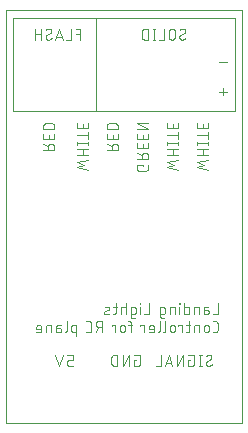
<source format=gbr>
G04 EAGLE Gerber X2 export*
%TF.Part,Single*%
%TF.FileFunction,Legend,Bot,1*%
%TF.FilePolarity,Positive*%
%TF.GenerationSoftware,Autodesk,EAGLE,9.1.3*%
%TF.CreationDate,2018-08-31T23:25:58Z*%
G75*
%MOMM*%
%FSLAX34Y34*%
%LPD*%
%AMOC8*
5,1,8,0,0,1.08239X$1,22.5*%
G01*
%ADD10C,0.000000*%
%ADD11C,0.076200*%
%ADD12C,0.101600*%


D10*
X0Y0D02*
X199900Y0D01*
X199900Y349150D01*
X0Y349150D01*
X0Y0D01*
D11*
X179247Y91821D02*
X179247Y101219D01*
X179247Y91821D02*
X175070Y91821D01*
X169950Y95476D02*
X167601Y95476D01*
X169950Y95475D02*
X170034Y95473D01*
X170119Y95467D01*
X170202Y95457D01*
X170286Y95444D01*
X170368Y95426D01*
X170450Y95405D01*
X170531Y95380D01*
X170610Y95352D01*
X170688Y95319D01*
X170764Y95283D01*
X170839Y95244D01*
X170912Y95201D01*
X170983Y95155D01*
X171051Y95106D01*
X171117Y95054D01*
X171181Y94998D01*
X171242Y94940D01*
X171300Y94879D01*
X171356Y94815D01*
X171408Y94749D01*
X171457Y94681D01*
X171503Y94610D01*
X171546Y94537D01*
X171585Y94462D01*
X171621Y94386D01*
X171654Y94308D01*
X171682Y94229D01*
X171707Y94148D01*
X171728Y94066D01*
X171746Y93984D01*
X171759Y93900D01*
X171769Y93817D01*
X171775Y93732D01*
X171777Y93648D01*
X171775Y93564D01*
X171769Y93479D01*
X171759Y93396D01*
X171746Y93312D01*
X171728Y93230D01*
X171707Y93148D01*
X171682Y93067D01*
X171654Y92988D01*
X171621Y92910D01*
X171585Y92834D01*
X171546Y92759D01*
X171503Y92686D01*
X171457Y92615D01*
X171408Y92547D01*
X171356Y92481D01*
X171300Y92417D01*
X171242Y92356D01*
X171181Y92298D01*
X171117Y92242D01*
X171051Y92190D01*
X170983Y92141D01*
X170912Y92095D01*
X170839Y92052D01*
X170764Y92013D01*
X170688Y91977D01*
X170610Y91944D01*
X170531Y91916D01*
X170450Y91891D01*
X170368Y91870D01*
X170286Y91852D01*
X170202Y91839D01*
X170119Y91829D01*
X170034Y91823D01*
X169950Y91821D01*
X167601Y91821D01*
X167601Y96520D01*
X167603Y96597D01*
X167609Y96673D01*
X167618Y96750D01*
X167631Y96826D01*
X167648Y96901D01*
X167668Y96975D01*
X167693Y97048D01*
X167720Y97119D01*
X167751Y97190D01*
X167786Y97258D01*
X167824Y97325D01*
X167865Y97390D01*
X167909Y97453D01*
X167956Y97513D01*
X168007Y97572D01*
X168060Y97627D01*
X168115Y97680D01*
X168174Y97731D01*
X168234Y97778D01*
X168297Y97822D01*
X168362Y97863D01*
X168429Y97901D01*
X168497Y97936D01*
X168568Y97967D01*
X168639Y97994D01*
X168712Y98019D01*
X168787Y98039D01*
X168862Y98056D01*
X168937Y98069D01*
X169014Y98078D01*
X169090Y98084D01*
X169167Y98086D01*
X171256Y98086D01*
X163198Y98086D02*
X163198Y91821D01*
X163198Y98086D02*
X160587Y98086D01*
X160510Y98084D01*
X160434Y98078D01*
X160357Y98069D01*
X160281Y98056D01*
X160207Y98039D01*
X160132Y98019D01*
X160059Y97994D01*
X159988Y97967D01*
X159917Y97936D01*
X159849Y97901D01*
X159782Y97863D01*
X159717Y97822D01*
X159654Y97778D01*
X159594Y97731D01*
X159535Y97680D01*
X159480Y97627D01*
X159427Y97572D01*
X159376Y97513D01*
X159329Y97453D01*
X159285Y97390D01*
X159244Y97325D01*
X159206Y97258D01*
X159171Y97190D01*
X159140Y97119D01*
X159113Y97048D01*
X159088Y96975D01*
X159068Y96901D01*
X159051Y96826D01*
X159038Y96750D01*
X159029Y96674D01*
X159023Y96597D01*
X159021Y96520D01*
X159021Y91821D01*
X150837Y91821D02*
X150837Y101219D01*
X150837Y91821D02*
X153448Y91821D01*
X153525Y91823D01*
X153601Y91829D01*
X153678Y91838D01*
X153754Y91851D01*
X153829Y91868D01*
X153903Y91888D01*
X153976Y91913D01*
X154047Y91940D01*
X154118Y91971D01*
X154186Y92006D01*
X154253Y92044D01*
X154318Y92085D01*
X154381Y92129D01*
X154441Y92176D01*
X154500Y92227D01*
X154555Y92280D01*
X154608Y92335D01*
X154659Y92394D01*
X154706Y92454D01*
X154750Y92517D01*
X154791Y92582D01*
X154829Y92649D01*
X154864Y92717D01*
X154895Y92788D01*
X154922Y92859D01*
X154947Y92932D01*
X154967Y93006D01*
X154984Y93081D01*
X154997Y93157D01*
X155006Y93234D01*
X155012Y93310D01*
X155014Y93387D01*
X155014Y96520D01*
X155012Y96597D01*
X155006Y96673D01*
X154997Y96750D01*
X154984Y96826D01*
X154967Y96901D01*
X154947Y96975D01*
X154922Y97048D01*
X154895Y97119D01*
X154864Y97190D01*
X154829Y97258D01*
X154791Y97325D01*
X154750Y97390D01*
X154706Y97453D01*
X154659Y97513D01*
X154608Y97572D01*
X154555Y97627D01*
X154500Y97680D01*
X154441Y97731D01*
X154381Y97778D01*
X154318Y97822D01*
X154253Y97863D01*
X154186Y97901D01*
X154118Y97936D01*
X154047Y97967D01*
X153976Y97994D01*
X153903Y98019D01*
X153829Y98039D01*
X153754Y98056D01*
X153678Y98069D01*
X153601Y98078D01*
X153525Y98084D01*
X153448Y98086D01*
X150837Y98086D01*
X146784Y98086D02*
X146784Y91821D01*
X147045Y100697D02*
X147045Y101219D01*
X146523Y101219D01*
X146523Y100697D01*
X147045Y100697D01*
X142776Y98086D02*
X142776Y91821D01*
X142776Y98086D02*
X140166Y98086D01*
X140089Y98084D01*
X140013Y98078D01*
X139936Y98069D01*
X139860Y98056D01*
X139786Y98039D01*
X139711Y98019D01*
X139638Y97994D01*
X139567Y97967D01*
X139496Y97936D01*
X139428Y97901D01*
X139361Y97863D01*
X139296Y97822D01*
X139233Y97778D01*
X139173Y97731D01*
X139114Y97680D01*
X139059Y97627D01*
X139006Y97572D01*
X138955Y97513D01*
X138908Y97453D01*
X138864Y97390D01*
X138823Y97325D01*
X138785Y97258D01*
X138750Y97190D01*
X138719Y97119D01*
X138692Y97048D01*
X138667Y96975D01*
X138647Y96901D01*
X138630Y96826D01*
X138617Y96750D01*
X138608Y96674D01*
X138602Y96597D01*
X138600Y96520D01*
X138599Y96520D02*
X138599Y91821D01*
X133026Y91821D02*
X130416Y91821D01*
X133026Y91821D02*
X133103Y91823D01*
X133179Y91829D01*
X133256Y91838D01*
X133332Y91851D01*
X133407Y91868D01*
X133481Y91888D01*
X133554Y91913D01*
X133625Y91940D01*
X133696Y91971D01*
X133764Y92006D01*
X133831Y92044D01*
X133896Y92085D01*
X133959Y92129D01*
X134019Y92176D01*
X134078Y92227D01*
X134133Y92280D01*
X134186Y92335D01*
X134237Y92394D01*
X134284Y92454D01*
X134328Y92517D01*
X134369Y92582D01*
X134407Y92649D01*
X134442Y92717D01*
X134473Y92788D01*
X134500Y92859D01*
X134525Y92932D01*
X134545Y93006D01*
X134562Y93081D01*
X134575Y93157D01*
X134584Y93234D01*
X134590Y93310D01*
X134592Y93387D01*
X134592Y96520D01*
X134590Y96597D01*
X134584Y96673D01*
X134575Y96750D01*
X134562Y96826D01*
X134545Y96901D01*
X134525Y96975D01*
X134500Y97048D01*
X134473Y97119D01*
X134442Y97190D01*
X134407Y97258D01*
X134369Y97325D01*
X134328Y97390D01*
X134284Y97453D01*
X134237Y97513D01*
X134186Y97572D01*
X134133Y97627D01*
X134078Y97680D01*
X134019Y97731D01*
X133959Y97778D01*
X133896Y97822D01*
X133831Y97863D01*
X133764Y97901D01*
X133696Y97936D01*
X133625Y97967D01*
X133554Y97994D01*
X133481Y98019D01*
X133407Y98039D01*
X133332Y98056D01*
X133256Y98069D01*
X133179Y98078D01*
X133103Y98084D01*
X133026Y98086D01*
X130416Y98086D01*
X130416Y90255D01*
X130418Y90178D01*
X130424Y90102D01*
X130433Y90025D01*
X130446Y89949D01*
X130463Y89874D01*
X130483Y89800D01*
X130508Y89727D01*
X130535Y89656D01*
X130566Y89585D01*
X130601Y89517D01*
X130639Y89450D01*
X130680Y89385D01*
X130724Y89322D01*
X130771Y89262D01*
X130822Y89203D01*
X130875Y89148D01*
X130930Y89095D01*
X130989Y89044D01*
X131049Y88997D01*
X131112Y88953D01*
X131177Y88912D01*
X131244Y88874D01*
X131312Y88839D01*
X131383Y88808D01*
X131454Y88781D01*
X131527Y88756D01*
X131601Y88736D01*
X131676Y88719D01*
X131752Y88706D01*
X131829Y88697D01*
X131905Y88691D01*
X131982Y88689D01*
X131982Y88688D02*
X134070Y88688D01*
X121031Y91821D02*
X121031Y101219D01*
X121031Y91821D02*
X116854Y91821D01*
X113561Y91821D02*
X113561Y98086D01*
X113822Y100697D02*
X113822Y101219D01*
X113300Y101219D01*
X113300Y100697D01*
X113822Y100697D01*
X108337Y91821D02*
X105727Y91821D01*
X108337Y91821D02*
X108414Y91823D01*
X108490Y91829D01*
X108567Y91838D01*
X108643Y91851D01*
X108718Y91868D01*
X108792Y91888D01*
X108865Y91913D01*
X108936Y91940D01*
X109007Y91971D01*
X109075Y92006D01*
X109142Y92044D01*
X109207Y92085D01*
X109270Y92129D01*
X109330Y92176D01*
X109389Y92227D01*
X109444Y92280D01*
X109497Y92335D01*
X109548Y92394D01*
X109595Y92454D01*
X109639Y92517D01*
X109680Y92582D01*
X109718Y92649D01*
X109753Y92717D01*
X109784Y92788D01*
X109811Y92859D01*
X109836Y92932D01*
X109856Y93006D01*
X109873Y93081D01*
X109886Y93157D01*
X109895Y93234D01*
X109901Y93310D01*
X109903Y93387D01*
X109904Y93387D02*
X109904Y96520D01*
X109903Y96520D02*
X109901Y96597D01*
X109895Y96673D01*
X109886Y96750D01*
X109873Y96826D01*
X109856Y96901D01*
X109836Y96975D01*
X109811Y97048D01*
X109784Y97119D01*
X109753Y97190D01*
X109718Y97258D01*
X109680Y97325D01*
X109639Y97390D01*
X109595Y97453D01*
X109548Y97513D01*
X109497Y97572D01*
X109444Y97627D01*
X109389Y97680D01*
X109330Y97731D01*
X109270Y97778D01*
X109207Y97822D01*
X109142Y97863D01*
X109075Y97901D01*
X109007Y97936D01*
X108936Y97967D01*
X108865Y97994D01*
X108792Y98019D01*
X108718Y98039D01*
X108643Y98056D01*
X108567Y98069D01*
X108490Y98078D01*
X108414Y98084D01*
X108337Y98086D01*
X105727Y98086D01*
X105727Y90255D01*
X105729Y90178D01*
X105735Y90102D01*
X105744Y90025D01*
X105757Y89949D01*
X105774Y89874D01*
X105794Y89800D01*
X105819Y89727D01*
X105846Y89656D01*
X105877Y89585D01*
X105912Y89517D01*
X105950Y89450D01*
X105991Y89385D01*
X106035Y89322D01*
X106082Y89262D01*
X106133Y89203D01*
X106186Y89148D01*
X106241Y89095D01*
X106300Y89044D01*
X106360Y88997D01*
X106423Y88953D01*
X106488Y88912D01*
X106555Y88874D01*
X106623Y88839D01*
X106694Y88808D01*
X106765Y88781D01*
X106838Y88756D01*
X106912Y88736D01*
X106987Y88719D01*
X107063Y88706D01*
X107140Y88697D01*
X107216Y88691D01*
X107293Y88689D01*
X107293Y88688D02*
X109382Y88688D01*
X101324Y91821D02*
X101324Y101219D01*
X101324Y98086D02*
X98713Y98086D01*
X98636Y98084D01*
X98560Y98078D01*
X98483Y98069D01*
X98407Y98056D01*
X98333Y98039D01*
X98258Y98019D01*
X98185Y97994D01*
X98114Y97967D01*
X98043Y97936D01*
X97975Y97901D01*
X97908Y97863D01*
X97843Y97822D01*
X97780Y97778D01*
X97720Y97731D01*
X97661Y97680D01*
X97606Y97627D01*
X97553Y97572D01*
X97502Y97513D01*
X97455Y97453D01*
X97411Y97390D01*
X97370Y97325D01*
X97332Y97258D01*
X97297Y97190D01*
X97266Y97119D01*
X97239Y97048D01*
X97214Y96975D01*
X97194Y96901D01*
X97177Y96826D01*
X97164Y96750D01*
X97155Y96674D01*
X97149Y96597D01*
X97147Y96520D01*
X97147Y91821D01*
X93863Y98086D02*
X90730Y98086D01*
X92819Y101219D02*
X92819Y93387D01*
X92818Y93387D02*
X92816Y93310D01*
X92810Y93234D01*
X92801Y93157D01*
X92788Y93081D01*
X92771Y93006D01*
X92751Y92932D01*
X92726Y92859D01*
X92699Y92788D01*
X92668Y92717D01*
X92633Y92649D01*
X92595Y92582D01*
X92554Y92517D01*
X92510Y92454D01*
X92463Y92394D01*
X92412Y92335D01*
X92359Y92280D01*
X92304Y92227D01*
X92245Y92176D01*
X92185Y92129D01*
X92122Y92085D01*
X92057Y92044D01*
X91990Y92006D01*
X91922Y91971D01*
X91851Y91940D01*
X91780Y91913D01*
X91707Y91888D01*
X91633Y91868D01*
X91558Y91851D01*
X91482Y91838D01*
X91405Y91829D01*
X91329Y91823D01*
X91252Y91821D01*
X90730Y91821D01*
X86520Y95476D02*
X83909Y94432D01*
X86520Y95476D02*
X86586Y95504D01*
X86651Y95537D01*
X86714Y95572D01*
X86775Y95611D01*
X86834Y95653D01*
X86890Y95698D01*
X86944Y95746D01*
X86995Y95797D01*
X87044Y95850D01*
X87089Y95907D01*
X87132Y95965D01*
X87171Y96025D01*
X87208Y96088D01*
X87240Y96153D01*
X87269Y96219D01*
X87295Y96286D01*
X87317Y96355D01*
X87335Y96425D01*
X87350Y96496D01*
X87361Y96567D01*
X87368Y96639D01*
X87371Y96711D01*
X87370Y96783D01*
X87365Y96856D01*
X87357Y96927D01*
X87345Y96999D01*
X87329Y97069D01*
X87309Y97138D01*
X87285Y97207D01*
X87258Y97274D01*
X87228Y97339D01*
X87194Y97403D01*
X87156Y97465D01*
X87116Y97525D01*
X87072Y97582D01*
X87025Y97637D01*
X86975Y97690D01*
X86923Y97739D01*
X86868Y97786D01*
X86811Y97830D01*
X86751Y97871D01*
X86689Y97908D01*
X86625Y97943D01*
X86560Y97973D01*
X86493Y98001D01*
X86425Y98024D01*
X86355Y98044D01*
X86285Y98060D01*
X86214Y98073D01*
X86142Y98081D01*
X86070Y98086D01*
X85998Y98087D01*
X85997Y98086D02*
X85846Y98082D01*
X85695Y98074D01*
X85544Y98063D01*
X85393Y98047D01*
X85243Y98027D01*
X85093Y98004D01*
X84944Y97977D01*
X84796Y97946D01*
X84648Y97911D01*
X84502Y97873D01*
X84356Y97830D01*
X84212Y97784D01*
X84069Y97735D01*
X83927Y97682D01*
X83787Y97625D01*
X83648Y97564D01*
X83909Y94432D02*
X83843Y94404D01*
X83778Y94371D01*
X83715Y94336D01*
X83654Y94297D01*
X83595Y94255D01*
X83539Y94210D01*
X83485Y94162D01*
X83434Y94111D01*
X83385Y94058D01*
X83340Y94001D01*
X83297Y93943D01*
X83258Y93883D01*
X83221Y93820D01*
X83189Y93755D01*
X83160Y93689D01*
X83134Y93622D01*
X83112Y93553D01*
X83094Y93483D01*
X83079Y93412D01*
X83068Y93341D01*
X83061Y93269D01*
X83058Y93197D01*
X83059Y93125D01*
X83064Y93052D01*
X83072Y92981D01*
X83084Y92909D01*
X83100Y92839D01*
X83120Y92770D01*
X83144Y92701D01*
X83171Y92634D01*
X83201Y92569D01*
X83235Y92505D01*
X83273Y92443D01*
X83313Y92383D01*
X83357Y92326D01*
X83404Y92271D01*
X83454Y92218D01*
X83506Y92169D01*
X83561Y92122D01*
X83618Y92078D01*
X83678Y92037D01*
X83740Y92000D01*
X83804Y91965D01*
X83869Y91935D01*
X83936Y91907D01*
X84004Y91884D01*
X84074Y91864D01*
X84144Y91848D01*
X84215Y91835D01*
X84287Y91827D01*
X84359Y91822D01*
X84431Y91821D01*
X84641Y91826D01*
X84850Y91837D01*
X85059Y91852D01*
X85267Y91872D01*
X85475Y91898D01*
X85682Y91928D01*
X85889Y91963D01*
X86094Y92003D01*
X86299Y92047D01*
X86502Y92097D01*
X86705Y92151D01*
X86906Y92211D01*
X87105Y92274D01*
X87303Y92343D01*
X175070Y76581D02*
X177159Y76581D01*
X177248Y76583D01*
X177336Y76589D01*
X177424Y76598D01*
X177512Y76611D01*
X177599Y76628D01*
X177685Y76648D01*
X177770Y76673D01*
X177855Y76700D01*
X177938Y76732D01*
X178019Y76766D01*
X178099Y76805D01*
X178177Y76846D01*
X178254Y76891D01*
X178328Y76939D01*
X178401Y76990D01*
X178471Y77044D01*
X178538Y77102D01*
X178604Y77162D01*
X178666Y77224D01*
X178726Y77290D01*
X178784Y77357D01*
X178838Y77427D01*
X178889Y77500D01*
X178937Y77574D01*
X178982Y77651D01*
X179023Y77729D01*
X179062Y77809D01*
X179096Y77890D01*
X179128Y77973D01*
X179155Y78058D01*
X179180Y78143D01*
X179200Y78229D01*
X179217Y78316D01*
X179230Y78404D01*
X179239Y78492D01*
X179245Y78580D01*
X179247Y78669D01*
X179247Y83891D01*
X179245Y83980D01*
X179239Y84068D01*
X179230Y84156D01*
X179217Y84244D01*
X179200Y84331D01*
X179180Y84417D01*
X179155Y84502D01*
X179128Y84587D01*
X179096Y84670D01*
X179062Y84751D01*
X179023Y84831D01*
X178982Y84909D01*
X178937Y84986D01*
X178889Y85060D01*
X178838Y85133D01*
X178784Y85203D01*
X178726Y85270D01*
X178666Y85336D01*
X178604Y85398D01*
X178538Y85458D01*
X178471Y85516D01*
X178401Y85570D01*
X178328Y85621D01*
X178254Y85669D01*
X178177Y85714D01*
X178099Y85755D01*
X178019Y85794D01*
X177938Y85828D01*
X177855Y85860D01*
X177770Y85887D01*
X177685Y85912D01*
X177599Y85932D01*
X177512Y85949D01*
X177424Y85962D01*
X177336Y85971D01*
X177248Y85977D01*
X177159Y85979D01*
X175070Y85979D01*
X171689Y80758D02*
X171689Y78669D01*
X171689Y80758D02*
X171687Y80848D01*
X171681Y80937D01*
X171672Y81027D01*
X171658Y81116D01*
X171641Y81204D01*
X171620Y81291D01*
X171595Y81378D01*
X171566Y81463D01*
X171534Y81547D01*
X171499Y81629D01*
X171459Y81710D01*
X171417Y81789D01*
X171371Y81866D01*
X171321Y81941D01*
X171269Y82014D01*
X171213Y82085D01*
X171155Y82153D01*
X171093Y82218D01*
X171029Y82281D01*
X170962Y82341D01*
X170893Y82398D01*
X170821Y82452D01*
X170747Y82503D01*
X170671Y82551D01*
X170593Y82595D01*
X170513Y82636D01*
X170431Y82674D01*
X170348Y82708D01*
X170263Y82738D01*
X170177Y82765D01*
X170091Y82788D01*
X170003Y82807D01*
X169914Y82822D01*
X169825Y82834D01*
X169736Y82842D01*
X169646Y82846D01*
X169556Y82846D01*
X169466Y82842D01*
X169377Y82834D01*
X169288Y82822D01*
X169199Y82807D01*
X169111Y82788D01*
X169025Y82765D01*
X168939Y82738D01*
X168854Y82708D01*
X168771Y82674D01*
X168689Y82636D01*
X168609Y82595D01*
X168531Y82551D01*
X168455Y82503D01*
X168381Y82452D01*
X168309Y82398D01*
X168240Y82341D01*
X168173Y82281D01*
X168109Y82218D01*
X168047Y82153D01*
X167989Y82085D01*
X167933Y82014D01*
X167881Y81941D01*
X167831Y81866D01*
X167785Y81789D01*
X167743Y81710D01*
X167703Y81629D01*
X167668Y81547D01*
X167636Y81463D01*
X167607Y81378D01*
X167582Y81291D01*
X167561Y81204D01*
X167544Y81116D01*
X167530Y81027D01*
X167521Y80937D01*
X167515Y80848D01*
X167513Y80758D01*
X167512Y80758D02*
X167512Y78669D01*
X167513Y78669D02*
X167515Y78579D01*
X167521Y78490D01*
X167530Y78400D01*
X167544Y78311D01*
X167561Y78223D01*
X167582Y78136D01*
X167607Y78049D01*
X167636Y77964D01*
X167668Y77880D01*
X167703Y77798D01*
X167743Y77717D01*
X167785Y77638D01*
X167831Y77561D01*
X167881Y77486D01*
X167933Y77413D01*
X167989Y77342D01*
X168047Y77274D01*
X168109Y77209D01*
X168173Y77146D01*
X168240Y77086D01*
X168309Y77029D01*
X168381Y76975D01*
X168455Y76924D01*
X168531Y76876D01*
X168609Y76832D01*
X168689Y76791D01*
X168771Y76753D01*
X168854Y76719D01*
X168939Y76689D01*
X169025Y76662D01*
X169111Y76639D01*
X169199Y76620D01*
X169288Y76605D01*
X169377Y76593D01*
X169466Y76585D01*
X169556Y76581D01*
X169646Y76581D01*
X169736Y76585D01*
X169825Y76593D01*
X169914Y76605D01*
X170003Y76620D01*
X170091Y76639D01*
X170177Y76662D01*
X170263Y76689D01*
X170348Y76719D01*
X170431Y76753D01*
X170513Y76791D01*
X170593Y76832D01*
X170671Y76876D01*
X170747Y76924D01*
X170821Y76975D01*
X170893Y77029D01*
X170962Y77086D01*
X171029Y77146D01*
X171093Y77209D01*
X171155Y77274D01*
X171213Y77342D01*
X171269Y77413D01*
X171321Y77486D01*
X171371Y77561D01*
X171417Y77638D01*
X171459Y77717D01*
X171499Y77798D01*
X171534Y77880D01*
X171566Y77964D01*
X171595Y78049D01*
X171620Y78136D01*
X171641Y78223D01*
X171658Y78311D01*
X171672Y78400D01*
X171681Y78490D01*
X171687Y78579D01*
X171689Y78669D01*
X163459Y76581D02*
X163459Y82846D01*
X160849Y82846D01*
X160772Y82844D01*
X160696Y82838D01*
X160619Y82829D01*
X160543Y82816D01*
X160469Y82799D01*
X160394Y82779D01*
X160321Y82754D01*
X160250Y82727D01*
X160179Y82696D01*
X160111Y82661D01*
X160044Y82623D01*
X159979Y82582D01*
X159916Y82538D01*
X159856Y82491D01*
X159797Y82440D01*
X159742Y82387D01*
X159689Y82332D01*
X159638Y82273D01*
X159591Y82213D01*
X159547Y82150D01*
X159506Y82085D01*
X159468Y82018D01*
X159433Y81950D01*
X159402Y81879D01*
X159375Y81808D01*
X159350Y81735D01*
X159330Y81661D01*
X159313Y81586D01*
X159300Y81510D01*
X159291Y81434D01*
X159285Y81357D01*
X159283Y81280D01*
X159283Y76581D01*
X155999Y82846D02*
X152866Y82846D01*
X154954Y85979D02*
X154954Y78147D01*
X154952Y78070D01*
X154946Y77994D01*
X154937Y77917D01*
X154924Y77841D01*
X154907Y77766D01*
X154887Y77692D01*
X154862Y77619D01*
X154835Y77548D01*
X154804Y77477D01*
X154769Y77409D01*
X154731Y77342D01*
X154690Y77277D01*
X154646Y77214D01*
X154599Y77154D01*
X154548Y77095D01*
X154495Y77040D01*
X154440Y76987D01*
X154381Y76936D01*
X154321Y76889D01*
X154258Y76845D01*
X154193Y76804D01*
X154126Y76766D01*
X154058Y76731D01*
X153987Y76700D01*
X153916Y76673D01*
X153843Y76648D01*
X153769Y76628D01*
X153694Y76611D01*
X153618Y76598D01*
X153541Y76589D01*
X153465Y76583D01*
X153388Y76581D01*
X152866Y76581D01*
X149082Y76581D02*
X149082Y82846D01*
X145950Y82846D01*
X145950Y81802D01*
X143038Y80758D02*
X143038Y78669D01*
X143037Y80758D02*
X143035Y80848D01*
X143029Y80937D01*
X143020Y81027D01*
X143006Y81116D01*
X142989Y81204D01*
X142968Y81291D01*
X142943Y81378D01*
X142914Y81463D01*
X142882Y81547D01*
X142847Y81629D01*
X142807Y81710D01*
X142765Y81789D01*
X142719Y81866D01*
X142669Y81941D01*
X142617Y82014D01*
X142561Y82085D01*
X142503Y82153D01*
X142441Y82218D01*
X142377Y82281D01*
X142310Y82341D01*
X142241Y82398D01*
X142169Y82452D01*
X142095Y82503D01*
X142019Y82551D01*
X141941Y82595D01*
X141861Y82636D01*
X141779Y82674D01*
X141696Y82708D01*
X141611Y82738D01*
X141525Y82765D01*
X141439Y82788D01*
X141351Y82807D01*
X141262Y82822D01*
X141173Y82834D01*
X141084Y82842D01*
X140994Y82846D01*
X140904Y82846D01*
X140814Y82842D01*
X140725Y82834D01*
X140636Y82822D01*
X140547Y82807D01*
X140459Y82788D01*
X140373Y82765D01*
X140287Y82738D01*
X140202Y82708D01*
X140119Y82674D01*
X140037Y82636D01*
X139957Y82595D01*
X139879Y82551D01*
X139803Y82503D01*
X139729Y82452D01*
X139657Y82398D01*
X139588Y82341D01*
X139521Y82281D01*
X139457Y82218D01*
X139395Y82153D01*
X139337Y82085D01*
X139281Y82014D01*
X139229Y81941D01*
X139179Y81866D01*
X139133Y81789D01*
X139091Y81710D01*
X139051Y81629D01*
X139016Y81547D01*
X138984Y81463D01*
X138955Y81378D01*
X138930Y81291D01*
X138909Y81204D01*
X138892Y81116D01*
X138878Y81027D01*
X138869Y80937D01*
X138863Y80848D01*
X138861Y80758D01*
X138861Y78669D01*
X138863Y78579D01*
X138869Y78490D01*
X138878Y78400D01*
X138892Y78311D01*
X138909Y78223D01*
X138930Y78136D01*
X138955Y78049D01*
X138984Y77964D01*
X139016Y77880D01*
X139051Y77798D01*
X139091Y77717D01*
X139133Y77638D01*
X139179Y77561D01*
X139229Y77486D01*
X139281Y77413D01*
X139337Y77342D01*
X139395Y77274D01*
X139457Y77209D01*
X139521Y77146D01*
X139588Y77086D01*
X139657Y77029D01*
X139729Y76975D01*
X139803Y76924D01*
X139879Y76876D01*
X139957Y76832D01*
X140037Y76791D01*
X140119Y76753D01*
X140202Y76719D01*
X140287Y76689D01*
X140373Y76662D01*
X140459Y76639D01*
X140547Y76620D01*
X140636Y76605D01*
X140725Y76593D01*
X140814Y76585D01*
X140904Y76581D01*
X140994Y76581D01*
X141084Y76585D01*
X141173Y76593D01*
X141262Y76605D01*
X141351Y76620D01*
X141439Y76639D01*
X141525Y76662D01*
X141611Y76689D01*
X141696Y76719D01*
X141779Y76753D01*
X141861Y76791D01*
X141941Y76832D01*
X142019Y76876D01*
X142095Y76924D01*
X142169Y76975D01*
X142241Y77029D01*
X142310Y77086D01*
X142377Y77146D01*
X142441Y77209D01*
X142503Y77274D01*
X142561Y77342D01*
X142617Y77413D01*
X142669Y77486D01*
X142719Y77561D01*
X142765Y77638D01*
X142807Y77717D01*
X142847Y77798D01*
X142882Y77880D01*
X142914Y77964D01*
X142943Y78049D01*
X142968Y78136D01*
X142989Y78223D01*
X143006Y78311D01*
X143020Y78400D01*
X143029Y78490D01*
X143035Y78579D01*
X143037Y78669D01*
X134988Y78147D02*
X134988Y85979D01*
X134987Y78147D02*
X134985Y78070D01*
X134979Y77994D01*
X134970Y77917D01*
X134957Y77841D01*
X134940Y77766D01*
X134920Y77692D01*
X134895Y77619D01*
X134868Y77548D01*
X134837Y77477D01*
X134802Y77409D01*
X134764Y77342D01*
X134723Y77277D01*
X134679Y77214D01*
X134632Y77154D01*
X134581Y77095D01*
X134528Y77040D01*
X134473Y76987D01*
X134414Y76936D01*
X134354Y76889D01*
X134291Y76845D01*
X134226Y76804D01*
X134159Y76766D01*
X134091Y76731D01*
X134020Y76700D01*
X133949Y76673D01*
X133876Y76648D01*
X133802Y76628D01*
X133727Y76611D01*
X133651Y76598D01*
X133574Y76589D01*
X133498Y76583D01*
X133421Y76581D01*
X130111Y78147D02*
X130111Y85979D01*
X130111Y78147D02*
X130109Y78070D01*
X130103Y77994D01*
X130094Y77917D01*
X130081Y77841D01*
X130064Y77766D01*
X130044Y77692D01*
X130019Y77619D01*
X129992Y77548D01*
X129961Y77477D01*
X129926Y77409D01*
X129888Y77342D01*
X129847Y77277D01*
X129803Y77214D01*
X129756Y77154D01*
X129705Y77095D01*
X129652Y77040D01*
X129597Y76987D01*
X129538Y76936D01*
X129478Y76889D01*
X129415Y76845D01*
X129350Y76804D01*
X129283Y76766D01*
X129215Y76731D01*
X129144Y76700D01*
X129073Y76673D01*
X129000Y76648D01*
X128926Y76628D01*
X128851Y76611D01*
X128775Y76598D01*
X128698Y76589D01*
X128622Y76583D01*
X128545Y76581D01*
X123793Y76581D02*
X121183Y76581D01*
X123793Y76581D02*
X123870Y76583D01*
X123946Y76589D01*
X124023Y76598D01*
X124099Y76611D01*
X124174Y76628D01*
X124248Y76648D01*
X124321Y76673D01*
X124392Y76700D01*
X124463Y76731D01*
X124531Y76766D01*
X124598Y76804D01*
X124663Y76845D01*
X124726Y76889D01*
X124786Y76936D01*
X124845Y76987D01*
X124900Y77040D01*
X124953Y77095D01*
X125004Y77154D01*
X125051Y77214D01*
X125095Y77277D01*
X125136Y77342D01*
X125174Y77409D01*
X125209Y77477D01*
X125240Y77548D01*
X125267Y77619D01*
X125292Y77692D01*
X125312Y77766D01*
X125329Y77841D01*
X125342Y77917D01*
X125351Y77994D01*
X125357Y78070D01*
X125359Y78147D01*
X125360Y78147D02*
X125360Y80758D01*
X125359Y80758D02*
X125357Y80848D01*
X125351Y80937D01*
X125342Y81027D01*
X125328Y81116D01*
X125311Y81204D01*
X125290Y81291D01*
X125265Y81378D01*
X125236Y81463D01*
X125204Y81547D01*
X125169Y81629D01*
X125129Y81710D01*
X125087Y81789D01*
X125041Y81866D01*
X124991Y81941D01*
X124939Y82014D01*
X124883Y82085D01*
X124825Y82153D01*
X124763Y82218D01*
X124699Y82281D01*
X124632Y82341D01*
X124563Y82398D01*
X124491Y82452D01*
X124417Y82503D01*
X124341Y82551D01*
X124263Y82595D01*
X124183Y82636D01*
X124101Y82674D01*
X124018Y82708D01*
X123933Y82738D01*
X123847Y82765D01*
X123761Y82788D01*
X123673Y82807D01*
X123584Y82822D01*
X123495Y82834D01*
X123406Y82842D01*
X123316Y82846D01*
X123226Y82846D01*
X123136Y82842D01*
X123047Y82834D01*
X122958Y82822D01*
X122869Y82807D01*
X122781Y82788D01*
X122695Y82765D01*
X122609Y82738D01*
X122524Y82708D01*
X122441Y82674D01*
X122359Y82636D01*
X122279Y82595D01*
X122201Y82551D01*
X122125Y82503D01*
X122051Y82452D01*
X121979Y82398D01*
X121910Y82341D01*
X121843Y82281D01*
X121779Y82218D01*
X121717Y82153D01*
X121659Y82085D01*
X121603Y82014D01*
X121551Y81941D01*
X121501Y81866D01*
X121455Y81789D01*
X121413Y81710D01*
X121373Y81629D01*
X121338Y81547D01*
X121306Y81463D01*
X121277Y81378D01*
X121252Y81291D01*
X121231Y81204D01*
X121214Y81116D01*
X121200Y81027D01*
X121191Y80937D01*
X121185Y80848D01*
X121183Y80758D01*
X121183Y79714D01*
X125360Y79714D01*
X117079Y76581D02*
X117079Y82846D01*
X113946Y82846D01*
X113946Y81802D01*
X105653Y84413D02*
X105653Y76581D01*
X105652Y84413D02*
X105650Y84490D01*
X105644Y84566D01*
X105635Y84643D01*
X105622Y84719D01*
X105605Y84794D01*
X105585Y84868D01*
X105560Y84941D01*
X105533Y85012D01*
X105502Y85083D01*
X105467Y85151D01*
X105429Y85218D01*
X105388Y85283D01*
X105344Y85346D01*
X105297Y85406D01*
X105246Y85465D01*
X105193Y85520D01*
X105138Y85573D01*
X105079Y85624D01*
X105019Y85671D01*
X104956Y85715D01*
X104891Y85756D01*
X104824Y85794D01*
X104756Y85829D01*
X104685Y85860D01*
X104614Y85887D01*
X104541Y85912D01*
X104467Y85932D01*
X104392Y85949D01*
X104316Y85962D01*
X104239Y85971D01*
X104163Y85977D01*
X104086Y85979D01*
X103564Y85979D01*
X103564Y82846D02*
X106697Y82846D01*
X100976Y80758D02*
X100976Y78669D01*
X100975Y80758D02*
X100973Y80848D01*
X100967Y80937D01*
X100958Y81027D01*
X100944Y81116D01*
X100927Y81204D01*
X100906Y81291D01*
X100881Y81378D01*
X100852Y81463D01*
X100820Y81547D01*
X100785Y81629D01*
X100745Y81710D01*
X100703Y81789D01*
X100657Y81866D01*
X100607Y81941D01*
X100555Y82014D01*
X100499Y82085D01*
X100441Y82153D01*
X100379Y82218D01*
X100315Y82281D01*
X100248Y82341D01*
X100179Y82398D01*
X100107Y82452D01*
X100033Y82503D01*
X99957Y82551D01*
X99879Y82595D01*
X99799Y82636D01*
X99717Y82674D01*
X99634Y82708D01*
X99549Y82738D01*
X99463Y82765D01*
X99377Y82788D01*
X99289Y82807D01*
X99200Y82822D01*
X99111Y82834D01*
X99022Y82842D01*
X98932Y82846D01*
X98842Y82846D01*
X98752Y82842D01*
X98663Y82834D01*
X98574Y82822D01*
X98485Y82807D01*
X98397Y82788D01*
X98311Y82765D01*
X98225Y82738D01*
X98140Y82708D01*
X98057Y82674D01*
X97975Y82636D01*
X97895Y82595D01*
X97817Y82551D01*
X97741Y82503D01*
X97667Y82452D01*
X97595Y82398D01*
X97526Y82341D01*
X97459Y82281D01*
X97395Y82218D01*
X97333Y82153D01*
X97275Y82085D01*
X97219Y82014D01*
X97167Y81941D01*
X97117Y81866D01*
X97071Y81789D01*
X97029Y81710D01*
X96989Y81629D01*
X96954Y81547D01*
X96922Y81463D01*
X96893Y81378D01*
X96868Y81291D01*
X96847Y81204D01*
X96830Y81116D01*
X96816Y81027D01*
X96807Y80937D01*
X96801Y80848D01*
X96799Y80758D01*
X96799Y78669D01*
X96801Y78579D01*
X96807Y78490D01*
X96816Y78400D01*
X96830Y78311D01*
X96847Y78223D01*
X96868Y78136D01*
X96893Y78049D01*
X96922Y77964D01*
X96954Y77880D01*
X96989Y77798D01*
X97029Y77717D01*
X97071Y77638D01*
X97117Y77561D01*
X97167Y77486D01*
X97219Y77413D01*
X97275Y77342D01*
X97333Y77274D01*
X97395Y77209D01*
X97459Y77146D01*
X97526Y77086D01*
X97595Y77029D01*
X97667Y76975D01*
X97741Y76924D01*
X97817Y76876D01*
X97895Y76832D01*
X97975Y76791D01*
X98057Y76753D01*
X98140Y76719D01*
X98225Y76689D01*
X98311Y76662D01*
X98397Y76639D01*
X98485Y76620D01*
X98574Y76605D01*
X98663Y76593D01*
X98752Y76585D01*
X98842Y76581D01*
X98932Y76581D01*
X99022Y76585D01*
X99111Y76593D01*
X99200Y76605D01*
X99289Y76620D01*
X99377Y76639D01*
X99463Y76662D01*
X99549Y76689D01*
X99634Y76719D01*
X99717Y76753D01*
X99799Y76791D01*
X99879Y76832D01*
X99957Y76876D01*
X100033Y76924D01*
X100107Y76975D01*
X100179Y77029D01*
X100248Y77086D01*
X100315Y77146D01*
X100379Y77209D01*
X100441Y77274D01*
X100499Y77342D01*
X100555Y77413D01*
X100607Y77486D01*
X100657Y77561D01*
X100703Y77638D01*
X100745Y77717D01*
X100785Y77798D01*
X100820Y77880D01*
X100852Y77964D01*
X100881Y78049D01*
X100906Y78136D01*
X100927Y78223D01*
X100944Y78311D01*
X100958Y78400D01*
X100967Y78490D01*
X100973Y78579D01*
X100975Y78669D01*
X92695Y76581D02*
X92695Y82846D01*
X89562Y82846D01*
X89562Y81802D01*
X81324Y85979D02*
X81324Y76581D01*
X81324Y85979D02*
X78714Y85979D01*
X78613Y85977D01*
X78512Y85971D01*
X78411Y85961D01*
X78311Y85948D01*
X78211Y85930D01*
X78112Y85909D01*
X78014Y85883D01*
X77917Y85854D01*
X77821Y85822D01*
X77727Y85785D01*
X77634Y85745D01*
X77542Y85701D01*
X77453Y85654D01*
X77365Y85603D01*
X77279Y85549D01*
X77196Y85492D01*
X77114Y85432D01*
X77036Y85368D01*
X76959Y85302D01*
X76886Y85232D01*
X76815Y85160D01*
X76747Y85085D01*
X76682Y85007D01*
X76620Y84927D01*
X76561Y84845D01*
X76505Y84760D01*
X76453Y84674D01*
X76404Y84585D01*
X76358Y84494D01*
X76317Y84402D01*
X76278Y84308D01*
X76244Y84213D01*
X76213Y84117D01*
X76186Y84019D01*
X76162Y83921D01*
X76143Y83821D01*
X76127Y83721D01*
X76115Y83621D01*
X76107Y83520D01*
X76103Y83419D01*
X76103Y83317D01*
X76107Y83216D01*
X76115Y83115D01*
X76127Y83015D01*
X76143Y82915D01*
X76162Y82815D01*
X76186Y82717D01*
X76213Y82619D01*
X76244Y82523D01*
X76278Y82428D01*
X76317Y82334D01*
X76358Y82242D01*
X76404Y82151D01*
X76453Y82063D01*
X76505Y81976D01*
X76561Y81891D01*
X76620Y81809D01*
X76682Y81729D01*
X76747Y81651D01*
X76815Y81576D01*
X76886Y81504D01*
X76959Y81434D01*
X77036Y81368D01*
X77114Y81304D01*
X77196Y81244D01*
X77279Y81187D01*
X77365Y81133D01*
X77453Y81082D01*
X77542Y81035D01*
X77634Y80991D01*
X77727Y80951D01*
X77821Y80914D01*
X77917Y80882D01*
X78014Y80853D01*
X78112Y80827D01*
X78211Y80806D01*
X78311Y80788D01*
X78411Y80775D01*
X78512Y80765D01*
X78613Y80759D01*
X78714Y80757D01*
X78714Y80758D02*
X81324Y80758D01*
X78192Y80758D02*
X76103Y76581D01*
X70175Y76581D02*
X68086Y76581D01*
X70175Y76581D02*
X70264Y76583D01*
X70352Y76589D01*
X70440Y76598D01*
X70528Y76611D01*
X70615Y76628D01*
X70701Y76648D01*
X70786Y76673D01*
X70871Y76700D01*
X70954Y76732D01*
X71035Y76766D01*
X71115Y76805D01*
X71193Y76846D01*
X71270Y76891D01*
X71344Y76939D01*
X71417Y76990D01*
X71487Y77044D01*
X71554Y77102D01*
X71620Y77162D01*
X71682Y77224D01*
X71742Y77290D01*
X71800Y77357D01*
X71854Y77427D01*
X71905Y77500D01*
X71953Y77574D01*
X71998Y77651D01*
X72039Y77729D01*
X72078Y77809D01*
X72112Y77890D01*
X72144Y77973D01*
X72171Y78058D01*
X72196Y78143D01*
X72216Y78229D01*
X72233Y78316D01*
X72246Y78404D01*
X72255Y78492D01*
X72261Y78580D01*
X72263Y78669D01*
X72263Y83891D01*
X72261Y83980D01*
X72255Y84068D01*
X72246Y84156D01*
X72233Y84244D01*
X72216Y84331D01*
X72196Y84417D01*
X72171Y84502D01*
X72144Y84587D01*
X72112Y84670D01*
X72078Y84751D01*
X72039Y84831D01*
X71998Y84909D01*
X71953Y84986D01*
X71905Y85060D01*
X71854Y85133D01*
X71800Y85203D01*
X71742Y85270D01*
X71682Y85336D01*
X71620Y85398D01*
X71554Y85458D01*
X71487Y85516D01*
X71417Y85570D01*
X71344Y85621D01*
X71270Y85669D01*
X71193Y85714D01*
X71115Y85755D01*
X71035Y85794D01*
X70954Y85828D01*
X70871Y85860D01*
X70786Y85887D01*
X70701Y85912D01*
X70615Y85932D01*
X70528Y85949D01*
X70440Y85962D01*
X70352Y85971D01*
X70264Y85977D01*
X70175Y85979D01*
X68086Y85979D01*
X59478Y82846D02*
X59478Y73448D01*
X59478Y82846D02*
X56867Y82846D01*
X56790Y82844D01*
X56714Y82838D01*
X56637Y82829D01*
X56561Y82816D01*
X56487Y82799D01*
X56412Y82779D01*
X56339Y82754D01*
X56268Y82727D01*
X56197Y82696D01*
X56129Y82661D01*
X56062Y82623D01*
X55997Y82582D01*
X55934Y82538D01*
X55874Y82491D01*
X55815Y82440D01*
X55760Y82387D01*
X55707Y82332D01*
X55656Y82273D01*
X55609Y82213D01*
X55565Y82150D01*
X55524Y82085D01*
X55486Y82018D01*
X55451Y81950D01*
X55420Y81879D01*
X55393Y81808D01*
X55368Y81735D01*
X55348Y81661D01*
X55331Y81586D01*
X55318Y81510D01*
X55309Y81434D01*
X55303Y81357D01*
X55301Y81280D01*
X55301Y78147D01*
X55303Y78070D01*
X55309Y77994D01*
X55318Y77917D01*
X55331Y77841D01*
X55348Y77766D01*
X55368Y77692D01*
X55393Y77619D01*
X55420Y77548D01*
X55451Y77477D01*
X55486Y77409D01*
X55524Y77342D01*
X55565Y77277D01*
X55609Y77214D01*
X55656Y77154D01*
X55707Y77095D01*
X55760Y77040D01*
X55815Y76987D01*
X55874Y76936D01*
X55934Y76889D01*
X55997Y76845D01*
X56062Y76804D01*
X56129Y76766D01*
X56197Y76731D01*
X56268Y76700D01*
X56339Y76673D01*
X56412Y76648D01*
X56487Y76628D01*
X56562Y76611D01*
X56637Y76598D01*
X56714Y76589D01*
X56790Y76583D01*
X56867Y76581D01*
X59478Y76581D01*
X51473Y78147D02*
X51473Y85979D01*
X51473Y78147D02*
X51471Y78070D01*
X51465Y77994D01*
X51456Y77917D01*
X51443Y77841D01*
X51426Y77766D01*
X51406Y77692D01*
X51381Y77619D01*
X51354Y77548D01*
X51323Y77477D01*
X51288Y77409D01*
X51250Y77342D01*
X51209Y77277D01*
X51165Y77214D01*
X51118Y77154D01*
X51067Y77095D01*
X51014Y77040D01*
X50959Y76987D01*
X50900Y76936D01*
X50840Y76889D01*
X50777Y76845D01*
X50712Y76804D01*
X50645Y76766D01*
X50577Y76731D01*
X50506Y76700D01*
X50435Y76673D01*
X50362Y76648D01*
X50288Y76628D01*
X50213Y76611D01*
X50137Y76598D01*
X50060Y76589D01*
X49984Y76583D01*
X49907Y76581D01*
X44940Y80236D02*
X42591Y80236D01*
X44940Y80235D02*
X45024Y80233D01*
X45109Y80227D01*
X45192Y80217D01*
X45276Y80204D01*
X45358Y80186D01*
X45440Y80165D01*
X45521Y80140D01*
X45600Y80112D01*
X45678Y80079D01*
X45754Y80043D01*
X45829Y80004D01*
X45902Y79961D01*
X45973Y79915D01*
X46041Y79866D01*
X46107Y79814D01*
X46171Y79758D01*
X46232Y79700D01*
X46290Y79639D01*
X46346Y79575D01*
X46398Y79509D01*
X46447Y79441D01*
X46493Y79370D01*
X46536Y79297D01*
X46575Y79222D01*
X46611Y79146D01*
X46644Y79068D01*
X46672Y78989D01*
X46697Y78908D01*
X46718Y78826D01*
X46736Y78744D01*
X46749Y78660D01*
X46759Y78577D01*
X46765Y78492D01*
X46767Y78408D01*
X46765Y78324D01*
X46759Y78239D01*
X46749Y78156D01*
X46736Y78072D01*
X46718Y77990D01*
X46697Y77908D01*
X46672Y77827D01*
X46644Y77748D01*
X46611Y77670D01*
X46575Y77594D01*
X46536Y77519D01*
X46493Y77446D01*
X46447Y77375D01*
X46398Y77307D01*
X46346Y77241D01*
X46290Y77177D01*
X46232Y77116D01*
X46171Y77058D01*
X46107Y77002D01*
X46041Y76950D01*
X45973Y76901D01*
X45902Y76855D01*
X45829Y76812D01*
X45754Y76773D01*
X45678Y76737D01*
X45600Y76704D01*
X45521Y76676D01*
X45440Y76651D01*
X45358Y76630D01*
X45276Y76612D01*
X45192Y76599D01*
X45109Y76589D01*
X45024Y76583D01*
X44940Y76581D01*
X42591Y76581D01*
X42591Y81280D01*
X42593Y81357D01*
X42599Y81433D01*
X42608Y81510D01*
X42621Y81586D01*
X42638Y81661D01*
X42658Y81735D01*
X42683Y81808D01*
X42710Y81879D01*
X42741Y81950D01*
X42776Y82018D01*
X42814Y82085D01*
X42855Y82150D01*
X42899Y82213D01*
X42946Y82273D01*
X42997Y82332D01*
X43050Y82387D01*
X43105Y82440D01*
X43164Y82491D01*
X43224Y82538D01*
X43287Y82582D01*
X43352Y82623D01*
X43419Y82661D01*
X43487Y82696D01*
X43558Y82727D01*
X43629Y82754D01*
X43702Y82779D01*
X43777Y82799D01*
X43852Y82816D01*
X43927Y82829D01*
X44004Y82838D01*
X44080Y82844D01*
X44157Y82846D01*
X46245Y82846D01*
X38187Y82846D02*
X38187Y76581D01*
X38187Y82846D02*
X35577Y82846D01*
X35500Y82844D01*
X35424Y82838D01*
X35347Y82829D01*
X35271Y82816D01*
X35197Y82799D01*
X35122Y82779D01*
X35049Y82754D01*
X34978Y82727D01*
X34907Y82696D01*
X34839Y82661D01*
X34772Y82623D01*
X34707Y82582D01*
X34644Y82538D01*
X34584Y82491D01*
X34525Y82440D01*
X34470Y82387D01*
X34417Y82332D01*
X34366Y82273D01*
X34319Y82213D01*
X34275Y82150D01*
X34234Y82085D01*
X34196Y82018D01*
X34161Y81950D01*
X34130Y81879D01*
X34103Y81808D01*
X34078Y81735D01*
X34058Y81661D01*
X34041Y81586D01*
X34028Y81510D01*
X34019Y81434D01*
X34013Y81357D01*
X34011Y81280D01*
X34011Y76581D01*
X28392Y76581D02*
X25781Y76581D01*
X28392Y76581D02*
X28469Y76583D01*
X28545Y76589D01*
X28622Y76598D01*
X28698Y76611D01*
X28773Y76628D01*
X28847Y76648D01*
X28920Y76673D01*
X28991Y76700D01*
X29062Y76731D01*
X29130Y76766D01*
X29197Y76804D01*
X29262Y76845D01*
X29325Y76889D01*
X29385Y76936D01*
X29444Y76987D01*
X29499Y77040D01*
X29552Y77095D01*
X29603Y77154D01*
X29650Y77214D01*
X29694Y77277D01*
X29735Y77342D01*
X29773Y77409D01*
X29808Y77477D01*
X29839Y77548D01*
X29866Y77619D01*
X29891Y77692D01*
X29911Y77766D01*
X29928Y77841D01*
X29941Y77917D01*
X29950Y77994D01*
X29956Y78070D01*
X29958Y78147D01*
X29958Y80758D01*
X29957Y80758D02*
X29955Y80848D01*
X29949Y80937D01*
X29940Y81027D01*
X29926Y81116D01*
X29909Y81204D01*
X29888Y81291D01*
X29863Y81378D01*
X29834Y81463D01*
X29802Y81547D01*
X29767Y81629D01*
X29727Y81710D01*
X29685Y81789D01*
X29639Y81866D01*
X29589Y81941D01*
X29537Y82014D01*
X29481Y82085D01*
X29423Y82153D01*
X29361Y82218D01*
X29297Y82281D01*
X29230Y82341D01*
X29161Y82398D01*
X29089Y82452D01*
X29015Y82503D01*
X28939Y82551D01*
X28861Y82595D01*
X28781Y82636D01*
X28699Y82674D01*
X28616Y82708D01*
X28531Y82738D01*
X28445Y82765D01*
X28359Y82788D01*
X28271Y82807D01*
X28182Y82822D01*
X28093Y82834D01*
X28004Y82842D01*
X27914Y82846D01*
X27824Y82846D01*
X27734Y82842D01*
X27645Y82834D01*
X27556Y82822D01*
X27467Y82807D01*
X27379Y82788D01*
X27293Y82765D01*
X27207Y82738D01*
X27122Y82708D01*
X27039Y82674D01*
X26957Y82636D01*
X26877Y82595D01*
X26799Y82551D01*
X26723Y82503D01*
X26649Y82452D01*
X26577Y82398D01*
X26508Y82341D01*
X26441Y82281D01*
X26377Y82218D01*
X26315Y82153D01*
X26257Y82085D01*
X26201Y82014D01*
X26149Y81941D01*
X26099Y81866D01*
X26053Y81789D01*
X26011Y81710D01*
X25971Y81629D01*
X25936Y81547D01*
X25904Y81463D01*
X25875Y81378D01*
X25850Y81291D01*
X25829Y81204D01*
X25812Y81116D01*
X25798Y81027D01*
X25789Y80937D01*
X25783Y80848D01*
X25781Y80758D01*
X25781Y79714D01*
X29958Y79714D01*
X31496Y231081D02*
X40894Y231081D01*
X40894Y233692D01*
X40892Y233793D01*
X40886Y233894D01*
X40876Y233995D01*
X40863Y234095D01*
X40845Y234195D01*
X40824Y234294D01*
X40798Y234392D01*
X40769Y234489D01*
X40737Y234585D01*
X40700Y234679D01*
X40660Y234772D01*
X40616Y234864D01*
X40569Y234953D01*
X40518Y235041D01*
X40464Y235127D01*
X40407Y235210D01*
X40347Y235292D01*
X40283Y235370D01*
X40217Y235447D01*
X40147Y235520D01*
X40075Y235591D01*
X40000Y235659D01*
X39922Y235724D01*
X39842Y235786D01*
X39760Y235845D01*
X39675Y235901D01*
X39589Y235953D01*
X39500Y236002D01*
X39409Y236048D01*
X39317Y236089D01*
X39223Y236128D01*
X39128Y236162D01*
X39032Y236193D01*
X38934Y236220D01*
X38836Y236244D01*
X38736Y236263D01*
X38636Y236279D01*
X38536Y236291D01*
X38435Y236299D01*
X38334Y236303D01*
X38232Y236303D01*
X38131Y236299D01*
X38030Y236291D01*
X37930Y236279D01*
X37830Y236263D01*
X37730Y236244D01*
X37632Y236220D01*
X37534Y236193D01*
X37438Y236162D01*
X37343Y236128D01*
X37249Y236089D01*
X37157Y236048D01*
X37066Y236002D01*
X36978Y235953D01*
X36891Y235901D01*
X36806Y235845D01*
X36724Y235786D01*
X36644Y235724D01*
X36566Y235659D01*
X36491Y235591D01*
X36419Y235520D01*
X36349Y235447D01*
X36283Y235370D01*
X36219Y235292D01*
X36159Y235210D01*
X36102Y235127D01*
X36048Y235041D01*
X35997Y234953D01*
X35950Y234864D01*
X35906Y234772D01*
X35866Y234679D01*
X35829Y234585D01*
X35797Y234489D01*
X35768Y234392D01*
X35742Y234294D01*
X35721Y234195D01*
X35703Y234095D01*
X35690Y233995D01*
X35680Y233894D01*
X35674Y233793D01*
X35672Y233692D01*
X35673Y233692D02*
X35673Y231081D01*
X35673Y234214D02*
X31496Y236303D01*
X31496Y240491D02*
X31496Y244668D01*
X31496Y240491D02*
X40894Y240491D01*
X40894Y244668D01*
X36717Y243623D02*
X36717Y240491D01*
X40894Y248398D02*
X31496Y248398D01*
X40894Y248398D02*
X40894Y251008D01*
X40892Y251108D01*
X40886Y251208D01*
X40877Y251307D01*
X40863Y251407D01*
X40846Y251505D01*
X40825Y251603D01*
X40801Y251700D01*
X40772Y251796D01*
X40740Y251891D01*
X40705Y251984D01*
X40666Y252076D01*
X40623Y252167D01*
X40577Y252255D01*
X40527Y252342D01*
X40475Y252427D01*
X40419Y252510D01*
X40360Y252591D01*
X40297Y252669D01*
X40232Y252745D01*
X40164Y252819D01*
X40094Y252889D01*
X40020Y252957D01*
X39944Y253022D01*
X39866Y253085D01*
X39785Y253144D01*
X39702Y253200D01*
X39617Y253252D01*
X39530Y253302D01*
X39442Y253348D01*
X39351Y253391D01*
X39259Y253430D01*
X39166Y253465D01*
X39071Y253497D01*
X38975Y253526D01*
X38878Y253550D01*
X38780Y253571D01*
X38682Y253588D01*
X38582Y253602D01*
X38483Y253611D01*
X38383Y253617D01*
X38283Y253619D01*
X34107Y253619D01*
X34007Y253617D01*
X33907Y253611D01*
X33808Y253602D01*
X33708Y253588D01*
X33610Y253571D01*
X33512Y253550D01*
X33415Y253526D01*
X33319Y253497D01*
X33224Y253465D01*
X33131Y253430D01*
X33039Y253391D01*
X32948Y253348D01*
X32860Y253302D01*
X32773Y253252D01*
X32688Y253200D01*
X32605Y253144D01*
X32524Y253085D01*
X32446Y253022D01*
X32370Y252957D01*
X32296Y252889D01*
X32226Y252819D01*
X32158Y252745D01*
X32093Y252669D01*
X32030Y252591D01*
X31971Y252510D01*
X31915Y252427D01*
X31863Y252342D01*
X31813Y252255D01*
X31767Y252167D01*
X31724Y252076D01*
X31685Y251984D01*
X31650Y251891D01*
X31618Y251796D01*
X31589Y251700D01*
X31565Y251603D01*
X31544Y251505D01*
X31527Y251407D01*
X31513Y251307D01*
X31504Y251208D01*
X31498Y251108D01*
X31496Y251008D01*
X31496Y248398D01*
X116092Y218567D02*
X116092Y217001D01*
X116092Y218567D02*
X110871Y218567D01*
X110871Y215435D01*
X110873Y215346D01*
X110879Y215258D01*
X110888Y215170D01*
X110901Y215082D01*
X110918Y214995D01*
X110938Y214909D01*
X110963Y214824D01*
X110990Y214739D01*
X111022Y214656D01*
X111056Y214575D01*
X111095Y214495D01*
X111136Y214417D01*
X111181Y214340D01*
X111229Y214266D01*
X111280Y214193D01*
X111334Y214123D01*
X111392Y214056D01*
X111452Y213990D01*
X111514Y213928D01*
X111580Y213868D01*
X111647Y213810D01*
X111717Y213756D01*
X111790Y213705D01*
X111864Y213657D01*
X111941Y213612D01*
X112019Y213571D01*
X112099Y213532D01*
X112180Y213498D01*
X112263Y213466D01*
X112348Y213439D01*
X112433Y213414D01*
X112519Y213394D01*
X112606Y213377D01*
X112694Y213364D01*
X112782Y213355D01*
X112870Y213349D01*
X112959Y213347D01*
X112959Y213346D02*
X118181Y213346D01*
X118181Y213347D02*
X118272Y213349D01*
X118363Y213355D01*
X118454Y213365D01*
X118544Y213379D01*
X118633Y213396D01*
X118721Y213418D01*
X118809Y213444D01*
X118895Y213473D01*
X118980Y213506D01*
X119063Y213543D01*
X119145Y213583D01*
X119225Y213627D01*
X119303Y213674D01*
X119379Y213725D01*
X119452Y213778D01*
X119523Y213835D01*
X119592Y213896D01*
X119657Y213959D01*
X119720Y214024D01*
X119780Y214093D01*
X119838Y214164D01*
X119891Y214237D01*
X119942Y214313D01*
X119989Y214391D01*
X120033Y214471D01*
X120073Y214553D01*
X120110Y214636D01*
X120143Y214721D01*
X120172Y214807D01*
X120198Y214895D01*
X120220Y214983D01*
X120237Y215072D01*
X120251Y215162D01*
X120261Y215253D01*
X120267Y215344D01*
X120269Y215435D01*
X120269Y218567D01*
X120269Y223157D02*
X110871Y223157D01*
X120269Y223157D02*
X120269Y225767D01*
X120267Y225868D01*
X120261Y225969D01*
X120251Y226070D01*
X120238Y226170D01*
X120220Y226270D01*
X120199Y226369D01*
X120173Y226467D01*
X120144Y226564D01*
X120112Y226660D01*
X120075Y226754D01*
X120035Y226847D01*
X119991Y226939D01*
X119944Y227028D01*
X119893Y227116D01*
X119839Y227202D01*
X119782Y227285D01*
X119722Y227367D01*
X119658Y227445D01*
X119592Y227522D01*
X119522Y227595D01*
X119450Y227666D01*
X119375Y227734D01*
X119297Y227799D01*
X119217Y227861D01*
X119135Y227920D01*
X119050Y227976D01*
X118964Y228028D01*
X118875Y228077D01*
X118784Y228123D01*
X118692Y228164D01*
X118598Y228203D01*
X118503Y228237D01*
X118407Y228268D01*
X118309Y228295D01*
X118211Y228319D01*
X118111Y228338D01*
X118011Y228354D01*
X117911Y228366D01*
X117810Y228374D01*
X117709Y228378D01*
X117607Y228378D01*
X117506Y228374D01*
X117405Y228366D01*
X117305Y228354D01*
X117205Y228338D01*
X117105Y228319D01*
X117007Y228295D01*
X116909Y228268D01*
X116813Y228237D01*
X116718Y228203D01*
X116624Y228164D01*
X116532Y228123D01*
X116441Y228077D01*
X116353Y228028D01*
X116266Y227976D01*
X116181Y227920D01*
X116099Y227861D01*
X116019Y227799D01*
X115941Y227734D01*
X115866Y227666D01*
X115794Y227595D01*
X115724Y227522D01*
X115658Y227445D01*
X115594Y227367D01*
X115534Y227285D01*
X115477Y227202D01*
X115423Y227116D01*
X115372Y227028D01*
X115325Y226939D01*
X115281Y226847D01*
X115241Y226754D01*
X115204Y226660D01*
X115172Y226564D01*
X115143Y226467D01*
X115117Y226369D01*
X115096Y226270D01*
X115078Y226170D01*
X115065Y226070D01*
X115055Y225969D01*
X115049Y225868D01*
X115047Y225767D01*
X115048Y225767D02*
X115048Y223157D01*
X115048Y226289D02*
X110871Y228378D01*
X110871Y232566D02*
X110871Y236743D01*
X110871Y232566D02*
X120269Y232566D01*
X120269Y236743D01*
X116092Y235699D02*
X116092Y232566D01*
X110871Y240491D02*
X110871Y244668D01*
X110871Y240491D02*
X120269Y240491D01*
X120269Y244668D01*
X116092Y243623D02*
X116092Y240491D01*
X120269Y248398D02*
X110871Y248398D01*
X110871Y253619D02*
X120269Y248398D01*
X120269Y253619D02*
X110871Y253619D01*
X63119Y324231D02*
X63119Y333629D01*
X58942Y333629D01*
X58942Y329452D02*
X63119Y329452D01*
X55194Y333629D02*
X55194Y324231D01*
X51017Y324231D01*
X48114Y324231D02*
X44981Y333629D01*
X41849Y324231D01*
X42632Y326581D02*
X47331Y326581D01*
X35620Y324231D02*
X35531Y324233D01*
X35443Y324239D01*
X35355Y324248D01*
X35267Y324261D01*
X35180Y324278D01*
X35094Y324298D01*
X35009Y324323D01*
X34924Y324350D01*
X34841Y324382D01*
X34760Y324416D01*
X34680Y324455D01*
X34602Y324496D01*
X34525Y324541D01*
X34451Y324589D01*
X34378Y324640D01*
X34308Y324694D01*
X34241Y324752D01*
X34175Y324812D01*
X34113Y324874D01*
X34053Y324940D01*
X33995Y325007D01*
X33941Y325077D01*
X33890Y325150D01*
X33842Y325224D01*
X33797Y325301D01*
X33756Y325379D01*
X33717Y325459D01*
X33683Y325540D01*
X33651Y325623D01*
X33624Y325708D01*
X33599Y325793D01*
X33579Y325879D01*
X33562Y325966D01*
X33549Y326054D01*
X33540Y326142D01*
X33534Y326230D01*
X33532Y326319D01*
X35620Y324231D02*
X35749Y324233D01*
X35878Y324239D01*
X36007Y324248D01*
X36135Y324261D01*
X36263Y324278D01*
X36390Y324299D01*
X36517Y324323D01*
X36643Y324351D01*
X36768Y324383D01*
X36892Y324418D01*
X37015Y324457D01*
X37137Y324500D01*
X37257Y324546D01*
X37376Y324596D01*
X37494Y324649D01*
X37610Y324705D01*
X37724Y324765D01*
X37837Y324828D01*
X37947Y324895D01*
X38056Y324964D01*
X38162Y325037D01*
X38267Y325113D01*
X38369Y325192D01*
X38469Y325274D01*
X38566Y325358D01*
X38661Y325446D01*
X38753Y325536D01*
X38491Y331541D02*
X38489Y331630D01*
X38483Y331718D01*
X38474Y331806D01*
X38461Y331894D01*
X38444Y331981D01*
X38424Y332067D01*
X38399Y332152D01*
X38372Y332237D01*
X38340Y332320D01*
X38306Y332401D01*
X38267Y332481D01*
X38226Y332559D01*
X38181Y332636D01*
X38133Y332710D01*
X38082Y332783D01*
X38028Y332853D01*
X37970Y332920D01*
X37910Y332986D01*
X37848Y333048D01*
X37782Y333108D01*
X37715Y333166D01*
X37645Y333220D01*
X37572Y333271D01*
X37498Y333319D01*
X37421Y333364D01*
X37343Y333405D01*
X37263Y333444D01*
X37182Y333478D01*
X37099Y333510D01*
X37014Y333537D01*
X36929Y333562D01*
X36843Y333582D01*
X36756Y333599D01*
X36668Y333612D01*
X36580Y333621D01*
X36492Y333627D01*
X36403Y333629D01*
X36283Y333627D01*
X36163Y333622D01*
X36044Y333612D01*
X35924Y333600D01*
X35805Y333583D01*
X35687Y333563D01*
X35569Y333539D01*
X35453Y333512D01*
X35337Y333481D01*
X35222Y333447D01*
X35108Y333409D01*
X34995Y333367D01*
X34884Y333322D01*
X34774Y333274D01*
X34666Y333223D01*
X34559Y333168D01*
X34454Y333110D01*
X34351Y333048D01*
X34250Y332984D01*
X34150Y332916D01*
X34053Y332846D01*
X37448Y329714D02*
X37526Y329762D01*
X37602Y329814D01*
X37675Y329868D01*
X37746Y329926D01*
X37815Y329987D01*
X37881Y330051D01*
X37944Y330118D01*
X38004Y330187D01*
X38061Y330259D01*
X38115Y330333D01*
X38165Y330410D01*
X38213Y330489D01*
X38256Y330569D01*
X38297Y330652D01*
X38333Y330736D01*
X38366Y330821D01*
X38395Y330908D01*
X38421Y330997D01*
X38443Y331086D01*
X38460Y331176D01*
X38474Y331266D01*
X38484Y331358D01*
X38490Y331449D01*
X38492Y331541D01*
X34576Y328146D02*
X34498Y328098D01*
X34422Y328046D01*
X34349Y327992D01*
X34278Y327934D01*
X34209Y327873D01*
X34143Y327809D01*
X34080Y327742D01*
X34020Y327673D01*
X33963Y327601D01*
X33909Y327527D01*
X33859Y327450D01*
X33811Y327371D01*
X33768Y327291D01*
X33727Y327208D01*
X33691Y327124D01*
X33658Y327039D01*
X33629Y326952D01*
X33603Y326863D01*
X33581Y326774D01*
X33564Y326684D01*
X33550Y326594D01*
X33540Y326502D01*
X33534Y326411D01*
X33532Y326319D01*
X34576Y328147D02*
X37447Y329713D01*
X29609Y333629D02*
X29609Y324231D01*
X29609Y329452D02*
X24388Y329452D01*
X24388Y333629D02*
X24388Y324231D01*
X146798Y326319D02*
X146800Y326230D01*
X146806Y326142D01*
X146815Y326054D01*
X146828Y325966D01*
X146845Y325879D01*
X146865Y325793D01*
X146890Y325708D01*
X146917Y325623D01*
X146949Y325540D01*
X146983Y325459D01*
X147022Y325379D01*
X147063Y325301D01*
X147108Y325224D01*
X147156Y325150D01*
X147207Y325077D01*
X147261Y325007D01*
X147319Y324940D01*
X147379Y324874D01*
X147441Y324812D01*
X147507Y324752D01*
X147574Y324694D01*
X147644Y324640D01*
X147717Y324589D01*
X147791Y324541D01*
X147868Y324496D01*
X147946Y324455D01*
X148026Y324416D01*
X148107Y324382D01*
X148190Y324350D01*
X148275Y324323D01*
X148360Y324298D01*
X148446Y324278D01*
X148533Y324261D01*
X148621Y324248D01*
X148709Y324239D01*
X148797Y324233D01*
X148886Y324231D01*
X149015Y324233D01*
X149144Y324239D01*
X149273Y324248D01*
X149401Y324261D01*
X149529Y324278D01*
X149656Y324299D01*
X149783Y324323D01*
X149909Y324351D01*
X150034Y324383D01*
X150158Y324418D01*
X150281Y324457D01*
X150403Y324500D01*
X150523Y324546D01*
X150642Y324596D01*
X150760Y324649D01*
X150876Y324705D01*
X150990Y324765D01*
X151103Y324828D01*
X151213Y324895D01*
X151322Y324964D01*
X151428Y325037D01*
X151533Y325113D01*
X151635Y325192D01*
X151735Y325274D01*
X151832Y325358D01*
X151927Y325446D01*
X152019Y325536D01*
X151758Y331541D02*
X151756Y331630D01*
X151750Y331718D01*
X151741Y331806D01*
X151728Y331894D01*
X151711Y331981D01*
X151691Y332067D01*
X151666Y332152D01*
X151639Y332237D01*
X151607Y332320D01*
X151573Y332401D01*
X151534Y332481D01*
X151493Y332559D01*
X151448Y332636D01*
X151400Y332710D01*
X151349Y332783D01*
X151295Y332853D01*
X151237Y332920D01*
X151177Y332986D01*
X151115Y333048D01*
X151049Y333108D01*
X150982Y333166D01*
X150912Y333220D01*
X150839Y333271D01*
X150765Y333319D01*
X150688Y333364D01*
X150610Y333405D01*
X150530Y333444D01*
X150449Y333478D01*
X150366Y333510D01*
X150281Y333537D01*
X150196Y333562D01*
X150110Y333582D01*
X150023Y333599D01*
X149935Y333612D01*
X149847Y333621D01*
X149759Y333627D01*
X149670Y333629D01*
X149550Y333627D01*
X149430Y333622D01*
X149311Y333612D01*
X149191Y333600D01*
X149072Y333583D01*
X148954Y333563D01*
X148836Y333539D01*
X148720Y333512D01*
X148604Y333481D01*
X148489Y333447D01*
X148375Y333409D01*
X148262Y333367D01*
X148151Y333322D01*
X148041Y333274D01*
X147933Y333223D01*
X147826Y333168D01*
X147721Y333110D01*
X147618Y333048D01*
X147517Y332984D01*
X147417Y332916D01*
X147320Y332846D01*
X150714Y329714D02*
X150792Y329762D01*
X150868Y329814D01*
X150941Y329868D01*
X151012Y329926D01*
X151081Y329987D01*
X151147Y330051D01*
X151210Y330118D01*
X151270Y330187D01*
X151327Y330259D01*
X151381Y330333D01*
X151431Y330410D01*
X151479Y330489D01*
X151522Y330569D01*
X151563Y330652D01*
X151599Y330736D01*
X151632Y330821D01*
X151661Y330908D01*
X151687Y330997D01*
X151709Y331086D01*
X151726Y331176D01*
X151740Y331266D01*
X151750Y331358D01*
X151756Y331449D01*
X151758Y331541D01*
X147842Y328146D02*
X147764Y328098D01*
X147688Y328046D01*
X147615Y327992D01*
X147544Y327934D01*
X147475Y327873D01*
X147409Y327809D01*
X147346Y327742D01*
X147286Y327673D01*
X147229Y327601D01*
X147175Y327527D01*
X147125Y327450D01*
X147077Y327371D01*
X147034Y327291D01*
X146993Y327208D01*
X146957Y327124D01*
X146924Y327039D01*
X146895Y326952D01*
X146869Y326863D01*
X146847Y326774D01*
X146830Y326684D01*
X146816Y326594D01*
X146806Y326502D01*
X146800Y326411D01*
X146798Y326319D01*
X147842Y328147D02*
X150714Y329713D01*
X143180Y331018D02*
X143180Y326842D01*
X143180Y331018D02*
X143178Y331119D01*
X143172Y331220D01*
X143162Y331321D01*
X143149Y331421D01*
X143131Y331521D01*
X143110Y331620D01*
X143084Y331718D01*
X143055Y331815D01*
X143023Y331911D01*
X142986Y332005D01*
X142946Y332098D01*
X142902Y332190D01*
X142855Y332279D01*
X142804Y332367D01*
X142750Y332453D01*
X142693Y332536D01*
X142633Y332618D01*
X142569Y332696D01*
X142503Y332773D01*
X142433Y332846D01*
X142361Y332917D01*
X142286Y332985D01*
X142208Y333050D01*
X142128Y333112D01*
X142046Y333171D01*
X141961Y333227D01*
X141875Y333279D01*
X141786Y333328D01*
X141695Y333374D01*
X141603Y333415D01*
X141509Y333454D01*
X141414Y333488D01*
X141318Y333519D01*
X141220Y333546D01*
X141122Y333570D01*
X141022Y333589D01*
X140922Y333605D01*
X140822Y333617D01*
X140721Y333625D01*
X140620Y333629D01*
X140518Y333629D01*
X140417Y333625D01*
X140316Y333617D01*
X140216Y333605D01*
X140116Y333589D01*
X140016Y333570D01*
X139918Y333546D01*
X139820Y333519D01*
X139724Y333488D01*
X139629Y333454D01*
X139535Y333415D01*
X139443Y333374D01*
X139352Y333328D01*
X139264Y333279D01*
X139177Y333227D01*
X139092Y333171D01*
X139010Y333112D01*
X138930Y333050D01*
X138852Y332985D01*
X138777Y332917D01*
X138705Y332846D01*
X138635Y332773D01*
X138569Y332696D01*
X138505Y332618D01*
X138445Y332536D01*
X138388Y332453D01*
X138334Y332367D01*
X138283Y332279D01*
X138236Y332190D01*
X138192Y332098D01*
X138152Y332005D01*
X138115Y331911D01*
X138083Y331815D01*
X138054Y331718D01*
X138028Y331620D01*
X138007Y331521D01*
X137989Y331421D01*
X137976Y331321D01*
X137966Y331220D01*
X137960Y331119D01*
X137958Y331018D01*
X137959Y331018D02*
X137959Y326842D01*
X137958Y326842D02*
X137960Y326741D01*
X137966Y326640D01*
X137976Y326539D01*
X137989Y326439D01*
X138007Y326339D01*
X138028Y326240D01*
X138054Y326142D01*
X138083Y326045D01*
X138115Y325949D01*
X138152Y325855D01*
X138192Y325762D01*
X138236Y325670D01*
X138283Y325581D01*
X138334Y325493D01*
X138388Y325407D01*
X138445Y325324D01*
X138505Y325242D01*
X138569Y325164D01*
X138635Y325087D01*
X138705Y325014D01*
X138777Y324943D01*
X138852Y324875D01*
X138930Y324810D01*
X139010Y324748D01*
X139092Y324689D01*
X139177Y324633D01*
X139264Y324581D01*
X139352Y324532D01*
X139443Y324486D01*
X139535Y324445D01*
X139629Y324406D01*
X139724Y324372D01*
X139820Y324341D01*
X139918Y324314D01*
X140016Y324290D01*
X140116Y324271D01*
X140216Y324255D01*
X140316Y324243D01*
X140417Y324235D01*
X140518Y324231D01*
X140620Y324231D01*
X140721Y324235D01*
X140822Y324243D01*
X140922Y324255D01*
X141022Y324271D01*
X141122Y324290D01*
X141220Y324314D01*
X141318Y324341D01*
X141414Y324372D01*
X141509Y324406D01*
X141603Y324445D01*
X141695Y324486D01*
X141786Y324532D01*
X141874Y324581D01*
X141961Y324633D01*
X142046Y324689D01*
X142128Y324748D01*
X142208Y324810D01*
X142286Y324875D01*
X142361Y324943D01*
X142433Y325014D01*
X142503Y325087D01*
X142569Y325164D01*
X142633Y325242D01*
X142693Y325324D01*
X142750Y325407D01*
X142804Y325493D01*
X142855Y325581D01*
X142902Y325670D01*
X142946Y325762D01*
X142986Y325855D01*
X143023Y325949D01*
X143055Y326045D01*
X143084Y326142D01*
X143110Y326240D01*
X143131Y326339D01*
X143149Y326439D01*
X143162Y326539D01*
X143172Y326640D01*
X143178Y326741D01*
X143180Y326842D01*
X133714Y324231D02*
X133714Y333629D01*
X133714Y324231D02*
X129537Y324231D01*
X125329Y324231D02*
X125329Y333629D01*
X126374Y324231D02*
X124285Y324231D01*
X124285Y333629D02*
X126374Y333629D01*
X120320Y333629D02*
X120320Y324231D01*
X120320Y333629D02*
X117709Y333629D01*
X117609Y333627D01*
X117509Y333621D01*
X117410Y333612D01*
X117310Y333598D01*
X117212Y333581D01*
X117114Y333560D01*
X117017Y333536D01*
X116921Y333507D01*
X116826Y333475D01*
X116733Y333440D01*
X116641Y333401D01*
X116550Y333358D01*
X116462Y333312D01*
X116375Y333262D01*
X116290Y333210D01*
X116207Y333154D01*
X116126Y333095D01*
X116048Y333032D01*
X115972Y332967D01*
X115898Y332899D01*
X115828Y332829D01*
X115760Y332755D01*
X115695Y332679D01*
X115632Y332601D01*
X115573Y332520D01*
X115517Y332437D01*
X115465Y332352D01*
X115415Y332265D01*
X115369Y332177D01*
X115326Y332086D01*
X115287Y331994D01*
X115252Y331901D01*
X115220Y331806D01*
X115191Y331710D01*
X115167Y331613D01*
X115146Y331515D01*
X115129Y331417D01*
X115115Y331317D01*
X115106Y331218D01*
X115100Y331118D01*
X115098Y331018D01*
X115099Y331018D02*
X115099Y326842D01*
X115098Y326842D02*
X115100Y326742D01*
X115106Y326642D01*
X115115Y326543D01*
X115129Y326443D01*
X115146Y326345D01*
X115167Y326247D01*
X115191Y326150D01*
X115220Y326054D01*
X115252Y325959D01*
X115287Y325866D01*
X115326Y325774D01*
X115369Y325683D01*
X115415Y325595D01*
X115465Y325508D01*
X115517Y325423D01*
X115573Y325340D01*
X115632Y325259D01*
X115695Y325181D01*
X115760Y325105D01*
X115828Y325031D01*
X115898Y324961D01*
X115972Y324893D01*
X116048Y324828D01*
X116126Y324765D01*
X116207Y324706D01*
X116290Y324650D01*
X116375Y324598D01*
X116462Y324548D01*
X116550Y324502D01*
X116641Y324459D01*
X116733Y324420D01*
X116826Y324385D01*
X116921Y324353D01*
X117017Y324324D01*
X117114Y324300D01*
X117212Y324279D01*
X117310Y324262D01*
X117410Y324248D01*
X117509Y324239D01*
X117609Y324233D01*
X117709Y324231D01*
X120320Y324231D01*
D12*
X76200Y342900D02*
X76200Y263525D01*
X76200Y342900D02*
X6350Y342900D01*
X6350Y263525D01*
X76200Y263525D01*
X193675Y263525D01*
X193675Y342900D01*
X76200Y342900D01*
D11*
X60071Y216114D02*
X69469Y214026D01*
X66336Y218202D02*
X60071Y216114D01*
X60071Y220291D02*
X66336Y218202D01*
X69469Y222379D02*
X60071Y220291D01*
X60071Y226260D02*
X69469Y226260D01*
X65292Y226260D02*
X65292Y231481D01*
X69469Y231481D02*
X60071Y231481D01*
X60071Y236490D02*
X69469Y236490D01*
X60071Y235446D02*
X60071Y237535D01*
X69469Y237535D02*
X69469Y235446D01*
X69469Y243196D02*
X60071Y243196D01*
X69469Y240585D02*
X69469Y245807D01*
X60071Y249442D02*
X60071Y253619D01*
X60071Y249442D02*
X69469Y249442D01*
X69469Y253619D01*
X65292Y252575D02*
X65292Y249442D01*
X85471Y231081D02*
X94869Y231081D01*
X94869Y233692D01*
X94867Y233793D01*
X94861Y233894D01*
X94851Y233995D01*
X94838Y234095D01*
X94820Y234195D01*
X94799Y234294D01*
X94773Y234392D01*
X94744Y234489D01*
X94712Y234585D01*
X94675Y234679D01*
X94635Y234772D01*
X94591Y234864D01*
X94544Y234953D01*
X94493Y235041D01*
X94439Y235127D01*
X94382Y235210D01*
X94322Y235292D01*
X94258Y235370D01*
X94192Y235447D01*
X94122Y235520D01*
X94050Y235591D01*
X93975Y235659D01*
X93897Y235724D01*
X93817Y235786D01*
X93735Y235845D01*
X93650Y235901D01*
X93564Y235953D01*
X93475Y236002D01*
X93384Y236048D01*
X93292Y236089D01*
X93198Y236128D01*
X93103Y236162D01*
X93007Y236193D01*
X92909Y236220D01*
X92811Y236244D01*
X92711Y236263D01*
X92611Y236279D01*
X92511Y236291D01*
X92410Y236299D01*
X92309Y236303D01*
X92207Y236303D01*
X92106Y236299D01*
X92005Y236291D01*
X91905Y236279D01*
X91805Y236263D01*
X91705Y236244D01*
X91607Y236220D01*
X91509Y236193D01*
X91413Y236162D01*
X91318Y236128D01*
X91224Y236089D01*
X91132Y236048D01*
X91041Y236002D01*
X90953Y235953D01*
X90866Y235901D01*
X90781Y235845D01*
X90699Y235786D01*
X90619Y235724D01*
X90541Y235659D01*
X90466Y235591D01*
X90394Y235520D01*
X90324Y235447D01*
X90258Y235370D01*
X90194Y235292D01*
X90134Y235210D01*
X90077Y235127D01*
X90023Y235041D01*
X89972Y234953D01*
X89925Y234864D01*
X89881Y234772D01*
X89841Y234679D01*
X89804Y234585D01*
X89772Y234489D01*
X89743Y234392D01*
X89717Y234294D01*
X89696Y234195D01*
X89678Y234095D01*
X89665Y233995D01*
X89655Y233894D01*
X89649Y233793D01*
X89647Y233692D01*
X89648Y233692D02*
X89648Y231081D01*
X89648Y234214D02*
X85471Y236303D01*
X85471Y240491D02*
X85471Y244668D01*
X85471Y240491D02*
X94869Y240491D01*
X94869Y244668D01*
X90692Y243623D02*
X90692Y240491D01*
X94869Y248398D02*
X85471Y248398D01*
X94869Y248398D02*
X94869Y251008D01*
X94867Y251108D01*
X94861Y251208D01*
X94852Y251307D01*
X94838Y251407D01*
X94821Y251505D01*
X94800Y251603D01*
X94776Y251700D01*
X94747Y251796D01*
X94715Y251891D01*
X94680Y251984D01*
X94641Y252076D01*
X94598Y252167D01*
X94552Y252255D01*
X94502Y252342D01*
X94450Y252427D01*
X94394Y252510D01*
X94335Y252591D01*
X94272Y252669D01*
X94207Y252745D01*
X94139Y252819D01*
X94069Y252889D01*
X93995Y252957D01*
X93919Y253022D01*
X93841Y253085D01*
X93760Y253144D01*
X93677Y253200D01*
X93592Y253252D01*
X93505Y253302D01*
X93417Y253348D01*
X93326Y253391D01*
X93234Y253430D01*
X93141Y253465D01*
X93046Y253497D01*
X92950Y253526D01*
X92853Y253550D01*
X92755Y253571D01*
X92657Y253588D01*
X92557Y253602D01*
X92458Y253611D01*
X92358Y253617D01*
X92258Y253619D01*
X88082Y253619D01*
X87982Y253617D01*
X87882Y253611D01*
X87783Y253602D01*
X87683Y253588D01*
X87585Y253571D01*
X87487Y253550D01*
X87390Y253526D01*
X87294Y253497D01*
X87199Y253465D01*
X87106Y253430D01*
X87014Y253391D01*
X86923Y253348D01*
X86835Y253302D01*
X86748Y253252D01*
X86663Y253200D01*
X86580Y253144D01*
X86499Y253085D01*
X86421Y253022D01*
X86345Y252957D01*
X86271Y252889D01*
X86201Y252819D01*
X86133Y252745D01*
X86068Y252669D01*
X86005Y252591D01*
X85946Y252510D01*
X85890Y252427D01*
X85838Y252342D01*
X85788Y252255D01*
X85742Y252167D01*
X85699Y252076D01*
X85660Y251984D01*
X85625Y251891D01*
X85593Y251796D01*
X85564Y251700D01*
X85540Y251603D01*
X85519Y251505D01*
X85502Y251407D01*
X85488Y251307D01*
X85479Y251208D01*
X85473Y251108D01*
X85471Y251008D01*
X85471Y248398D01*
X161671Y216114D02*
X171069Y214026D01*
X167936Y218202D02*
X161671Y216114D01*
X161671Y220291D02*
X167936Y218202D01*
X171069Y222379D02*
X161671Y220291D01*
X161671Y226260D02*
X171069Y226260D01*
X166892Y226260D02*
X166892Y231481D01*
X171069Y231481D02*
X161671Y231481D01*
X161671Y236490D02*
X171069Y236490D01*
X161671Y235446D02*
X161671Y237535D01*
X171069Y237535D02*
X171069Y235446D01*
X171069Y243196D02*
X161671Y243196D01*
X171069Y240585D02*
X171069Y245807D01*
X161671Y249442D02*
X161671Y253619D01*
X161671Y249442D02*
X171069Y249442D01*
X171069Y253619D01*
X166892Y252575D02*
X166892Y249442D01*
X145669Y214026D02*
X136271Y216114D01*
X142536Y218202D01*
X136271Y220291D01*
X145669Y222379D01*
X145669Y226260D02*
X136271Y226260D01*
X141492Y226260D02*
X141492Y231481D01*
X145669Y231481D02*
X136271Y231481D01*
X136271Y236490D02*
X145669Y236490D01*
X136271Y235446D02*
X136271Y237535D01*
X145669Y237535D02*
X145669Y235446D01*
X145669Y243196D02*
X136271Y243196D01*
X145669Y240585D02*
X145669Y245807D01*
X136271Y249442D02*
X136271Y253619D01*
X136271Y249442D02*
X145669Y249442D01*
X145669Y253619D01*
X141492Y252575D02*
X141492Y249442D01*
X180679Y305661D02*
X186944Y305661D01*
X186944Y280261D02*
X180679Y280261D01*
X183811Y283393D02*
X183811Y277128D01*
X56769Y48006D02*
X53636Y48006D01*
X53547Y48008D01*
X53459Y48014D01*
X53371Y48023D01*
X53283Y48036D01*
X53196Y48053D01*
X53110Y48073D01*
X53025Y48098D01*
X52940Y48125D01*
X52857Y48157D01*
X52776Y48191D01*
X52696Y48230D01*
X52618Y48271D01*
X52541Y48316D01*
X52467Y48364D01*
X52394Y48415D01*
X52324Y48469D01*
X52257Y48527D01*
X52191Y48587D01*
X52129Y48649D01*
X52069Y48715D01*
X52011Y48782D01*
X51957Y48852D01*
X51906Y48925D01*
X51858Y48999D01*
X51813Y49076D01*
X51772Y49154D01*
X51733Y49234D01*
X51699Y49315D01*
X51667Y49398D01*
X51640Y49483D01*
X51615Y49568D01*
X51595Y49654D01*
X51578Y49741D01*
X51565Y49829D01*
X51556Y49917D01*
X51550Y50005D01*
X51548Y50094D01*
X51548Y51139D01*
X51550Y51228D01*
X51556Y51316D01*
X51565Y51404D01*
X51578Y51492D01*
X51595Y51579D01*
X51615Y51665D01*
X51640Y51750D01*
X51667Y51835D01*
X51699Y51918D01*
X51733Y51999D01*
X51772Y52079D01*
X51813Y52157D01*
X51858Y52234D01*
X51906Y52308D01*
X51957Y52381D01*
X52011Y52451D01*
X52069Y52518D01*
X52129Y52584D01*
X52191Y52646D01*
X52257Y52706D01*
X52324Y52764D01*
X52394Y52818D01*
X52467Y52869D01*
X52541Y52917D01*
X52618Y52962D01*
X52696Y53003D01*
X52776Y53042D01*
X52857Y53076D01*
X52940Y53108D01*
X53025Y53135D01*
X53110Y53160D01*
X53196Y53180D01*
X53283Y53197D01*
X53371Y53210D01*
X53459Y53219D01*
X53547Y53225D01*
X53636Y53227D01*
X56769Y53227D01*
X56769Y57404D01*
X51548Y57404D01*
X48147Y57404D02*
X45015Y48006D01*
X41882Y57404D01*
X108698Y53227D02*
X110264Y53227D01*
X108698Y53227D02*
X108698Y48006D01*
X111831Y48006D01*
X111920Y48008D01*
X112008Y48014D01*
X112096Y48023D01*
X112184Y48036D01*
X112271Y48053D01*
X112357Y48073D01*
X112442Y48098D01*
X112527Y48125D01*
X112610Y48157D01*
X112691Y48191D01*
X112771Y48230D01*
X112849Y48271D01*
X112926Y48316D01*
X113000Y48364D01*
X113073Y48415D01*
X113143Y48469D01*
X113210Y48527D01*
X113276Y48587D01*
X113338Y48649D01*
X113398Y48715D01*
X113456Y48782D01*
X113510Y48852D01*
X113561Y48925D01*
X113609Y48999D01*
X113654Y49076D01*
X113695Y49154D01*
X113734Y49234D01*
X113768Y49315D01*
X113800Y49398D01*
X113827Y49483D01*
X113852Y49568D01*
X113872Y49654D01*
X113889Y49741D01*
X113902Y49829D01*
X113911Y49917D01*
X113917Y50005D01*
X113919Y50094D01*
X113919Y55316D01*
X113917Y55405D01*
X113911Y55493D01*
X113902Y55581D01*
X113889Y55669D01*
X113872Y55756D01*
X113852Y55842D01*
X113827Y55927D01*
X113800Y56012D01*
X113768Y56095D01*
X113734Y56176D01*
X113695Y56256D01*
X113654Y56334D01*
X113609Y56411D01*
X113561Y56485D01*
X113510Y56558D01*
X113456Y56628D01*
X113398Y56695D01*
X113338Y56761D01*
X113276Y56823D01*
X113210Y56883D01*
X113143Y56941D01*
X113073Y56995D01*
X113000Y57046D01*
X112926Y57094D01*
X112849Y57139D01*
X112771Y57180D01*
X112691Y57219D01*
X112610Y57253D01*
X112527Y57285D01*
X112442Y57312D01*
X112357Y57337D01*
X112271Y57357D01*
X112184Y57374D01*
X112096Y57387D01*
X112008Y57396D01*
X111920Y57402D01*
X111831Y57404D01*
X108698Y57404D01*
X104165Y57404D02*
X104165Y48006D01*
X98944Y48006D02*
X104165Y57404D01*
X98944Y57404D02*
X98944Y48006D01*
X94412Y48006D02*
X94412Y57404D01*
X91801Y57404D01*
X91701Y57402D01*
X91601Y57396D01*
X91502Y57387D01*
X91402Y57373D01*
X91304Y57356D01*
X91206Y57335D01*
X91109Y57311D01*
X91013Y57282D01*
X90918Y57250D01*
X90825Y57215D01*
X90733Y57176D01*
X90642Y57133D01*
X90554Y57087D01*
X90467Y57037D01*
X90382Y56985D01*
X90299Y56929D01*
X90218Y56870D01*
X90140Y56807D01*
X90064Y56742D01*
X89990Y56674D01*
X89920Y56604D01*
X89852Y56530D01*
X89787Y56454D01*
X89724Y56376D01*
X89665Y56295D01*
X89609Y56212D01*
X89557Y56127D01*
X89507Y56040D01*
X89461Y55952D01*
X89418Y55861D01*
X89379Y55769D01*
X89344Y55676D01*
X89312Y55581D01*
X89283Y55485D01*
X89259Y55388D01*
X89238Y55290D01*
X89221Y55192D01*
X89207Y55092D01*
X89198Y54993D01*
X89192Y54893D01*
X89190Y54793D01*
X89191Y54793D02*
X89191Y50617D01*
X89190Y50617D02*
X89192Y50517D01*
X89198Y50417D01*
X89207Y50318D01*
X89221Y50218D01*
X89238Y50120D01*
X89259Y50022D01*
X89283Y49925D01*
X89312Y49829D01*
X89344Y49734D01*
X89379Y49641D01*
X89418Y49549D01*
X89461Y49458D01*
X89507Y49370D01*
X89557Y49283D01*
X89609Y49198D01*
X89665Y49115D01*
X89724Y49034D01*
X89787Y48956D01*
X89852Y48880D01*
X89920Y48806D01*
X89990Y48736D01*
X90064Y48668D01*
X90140Y48603D01*
X90218Y48540D01*
X90299Y48481D01*
X90382Y48425D01*
X90467Y48373D01*
X90554Y48323D01*
X90642Y48277D01*
X90733Y48234D01*
X90825Y48195D01*
X90918Y48160D01*
X91013Y48128D01*
X91109Y48099D01*
X91206Y48075D01*
X91304Y48054D01*
X91402Y48037D01*
X91502Y48023D01*
X91601Y48014D01*
X91701Y48008D01*
X91801Y48006D01*
X94412Y48006D01*
X169023Y50094D02*
X169025Y50005D01*
X169031Y49917D01*
X169040Y49829D01*
X169053Y49741D01*
X169070Y49654D01*
X169090Y49568D01*
X169115Y49483D01*
X169142Y49398D01*
X169174Y49315D01*
X169208Y49234D01*
X169247Y49154D01*
X169288Y49076D01*
X169333Y48999D01*
X169381Y48925D01*
X169432Y48852D01*
X169486Y48782D01*
X169544Y48715D01*
X169604Y48649D01*
X169666Y48587D01*
X169732Y48527D01*
X169799Y48469D01*
X169869Y48415D01*
X169942Y48364D01*
X170016Y48316D01*
X170093Y48271D01*
X170171Y48230D01*
X170251Y48191D01*
X170332Y48157D01*
X170415Y48125D01*
X170500Y48098D01*
X170585Y48073D01*
X170671Y48053D01*
X170758Y48036D01*
X170846Y48023D01*
X170934Y48014D01*
X171022Y48008D01*
X171111Y48006D01*
X171240Y48008D01*
X171369Y48014D01*
X171498Y48023D01*
X171626Y48036D01*
X171754Y48053D01*
X171881Y48074D01*
X172008Y48098D01*
X172134Y48126D01*
X172259Y48158D01*
X172383Y48193D01*
X172506Y48232D01*
X172628Y48275D01*
X172748Y48321D01*
X172867Y48371D01*
X172985Y48424D01*
X173101Y48480D01*
X173215Y48540D01*
X173328Y48603D01*
X173438Y48670D01*
X173547Y48739D01*
X173653Y48812D01*
X173758Y48888D01*
X173860Y48967D01*
X173960Y49049D01*
X174057Y49133D01*
X174152Y49221D01*
X174244Y49311D01*
X173983Y55316D02*
X173981Y55405D01*
X173975Y55493D01*
X173966Y55581D01*
X173953Y55669D01*
X173936Y55756D01*
X173916Y55842D01*
X173891Y55927D01*
X173864Y56012D01*
X173832Y56095D01*
X173798Y56176D01*
X173759Y56256D01*
X173718Y56334D01*
X173673Y56411D01*
X173625Y56485D01*
X173574Y56558D01*
X173520Y56628D01*
X173462Y56695D01*
X173402Y56761D01*
X173340Y56823D01*
X173274Y56883D01*
X173207Y56941D01*
X173137Y56995D01*
X173064Y57046D01*
X172990Y57094D01*
X172913Y57139D01*
X172835Y57180D01*
X172755Y57219D01*
X172674Y57253D01*
X172591Y57285D01*
X172506Y57312D01*
X172421Y57337D01*
X172335Y57357D01*
X172248Y57374D01*
X172160Y57387D01*
X172072Y57396D01*
X171984Y57402D01*
X171895Y57404D01*
X171775Y57402D01*
X171655Y57397D01*
X171536Y57387D01*
X171416Y57375D01*
X171297Y57358D01*
X171179Y57338D01*
X171061Y57314D01*
X170945Y57287D01*
X170829Y57256D01*
X170714Y57222D01*
X170600Y57184D01*
X170487Y57142D01*
X170376Y57097D01*
X170266Y57049D01*
X170158Y56998D01*
X170051Y56943D01*
X169946Y56885D01*
X169843Y56823D01*
X169742Y56759D01*
X169642Y56691D01*
X169545Y56621D01*
X172939Y53489D02*
X173017Y53537D01*
X173093Y53589D01*
X173166Y53643D01*
X173237Y53701D01*
X173306Y53762D01*
X173372Y53826D01*
X173435Y53893D01*
X173495Y53962D01*
X173552Y54034D01*
X173606Y54108D01*
X173656Y54185D01*
X173704Y54264D01*
X173747Y54344D01*
X173788Y54427D01*
X173824Y54511D01*
X173857Y54596D01*
X173886Y54683D01*
X173912Y54772D01*
X173934Y54861D01*
X173951Y54951D01*
X173965Y55041D01*
X173975Y55133D01*
X173981Y55224D01*
X173983Y55316D01*
X170067Y51921D02*
X169989Y51873D01*
X169913Y51821D01*
X169840Y51767D01*
X169769Y51709D01*
X169700Y51648D01*
X169634Y51584D01*
X169571Y51517D01*
X169511Y51448D01*
X169454Y51376D01*
X169400Y51302D01*
X169350Y51225D01*
X169302Y51146D01*
X169259Y51066D01*
X169218Y50983D01*
X169182Y50899D01*
X169149Y50814D01*
X169120Y50727D01*
X169094Y50638D01*
X169072Y50549D01*
X169055Y50459D01*
X169041Y50369D01*
X169031Y50277D01*
X169025Y50186D01*
X169023Y50094D01*
X170067Y51922D02*
X172939Y53488D01*
X164623Y57404D02*
X164623Y48006D01*
X165667Y48006D02*
X163579Y48006D01*
X163579Y57404D02*
X165667Y57404D01*
X155959Y53227D02*
X154393Y53227D01*
X154393Y48006D01*
X157525Y48006D01*
X157614Y48008D01*
X157702Y48014D01*
X157790Y48023D01*
X157878Y48036D01*
X157965Y48053D01*
X158051Y48073D01*
X158136Y48098D01*
X158221Y48125D01*
X158304Y48157D01*
X158385Y48191D01*
X158465Y48230D01*
X158543Y48271D01*
X158620Y48316D01*
X158694Y48364D01*
X158767Y48415D01*
X158837Y48469D01*
X158904Y48527D01*
X158970Y48587D01*
X159032Y48649D01*
X159092Y48715D01*
X159150Y48782D01*
X159204Y48852D01*
X159255Y48925D01*
X159303Y48999D01*
X159348Y49076D01*
X159389Y49154D01*
X159428Y49234D01*
X159462Y49315D01*
X159494Y49398D01*
X159521Y49483D01*
X159546Y49568D01*
X159566Y49654D01*
X159583Y49741D01*
X159596Y49829D01*
X159605Y49917D01*
X159611Y50005D01*
X159613Y50094D01*
X159614Y50094D02*
X159614Y55316D01*
X159613Y55316D02*
X159611Y55405D01*
X159605Y55493D01*
X159596Y55581D01*
X159583Y55669D01*
X159566Y55756D01*
X159546Y55842D01*
X159521Y55927D01*
X159494Y56012D01*
X159462Y56095D01*
X159428Y56176D01*
X159389Y56256D01*
X159348Y56334D01*
X159303Y56411D01*
X159255Y56485D01*
X159204Y56558D01*
X159150Y56628D01*
X159092Y56695D01*
X159032Y56761D01*
X158970Y56823D01*
X158904Y56883D01*
X158837Y56941D01*
X158767Y56995D01*
X158694Y57046D01*
X158620Y57094D01*
X158543Y57139D01*
X158465Y57180D01*
X158385Y57219D01*
X158304Y57253D01*
X158221Y57285D01*
X158136Y57312D01*
X158051Y57337D01*
X157965Y57357D01*
X157878Y57374D01*
X157790Y57387D01*
X157702Y57396D01*
X157614Y57402D01*
X157525Y57404D01*
X154393Y57404D01*
X149860Y57404D02*
X149860Y48006D01*
X144639Y48006D02*
X149860Y57404D01*
X144639Y57404D02*
X144639Y48006D01*
X140933Y48006D02*
X137801Y57404D01*
X134668Y48006D01*
X135451Y50356D02*
X140150Y50356D01*
X130945Y48006D02*
X130945Y57404D01*
X130945Y48006D02*
X126768Y48006D01*
M02*

</source>
